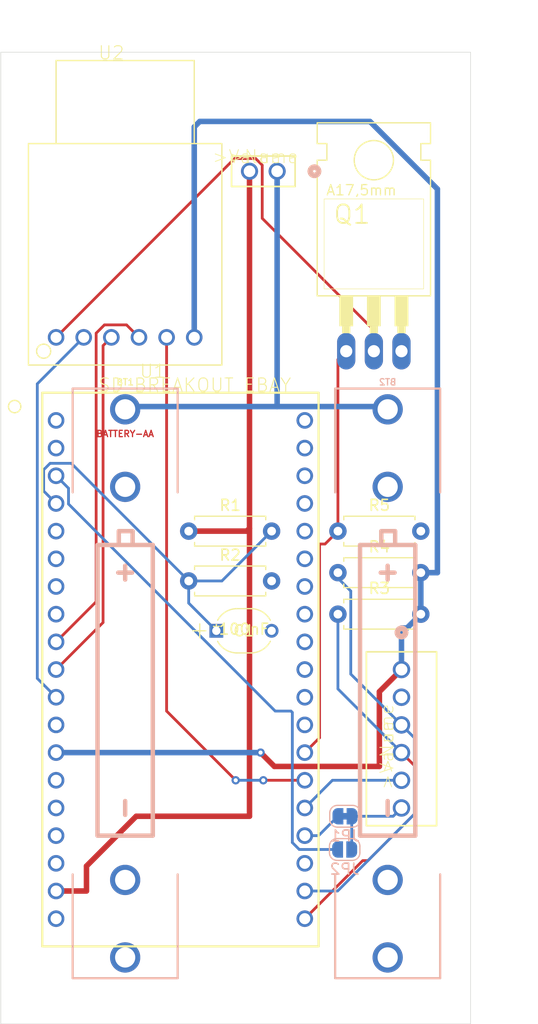
<source format=kicad_pcb>
(kicad_pcb (version 20171130) (host pcbnew "(5.1.10-1-10_14)")

  (general
    (thickness 1.6002)
    (drawings 7)
    (tracks 100)
    (zones 0)
    (modules 15)
    (nets 40)
  )

  (page USLetter)
  (title_block
    (title "HAST Leaf Node")
    (date 2021-08-28)
    (rev 0.5)
    (company OPeNDAP)
    (comment 2 creativecommons.org/licenses/by/4.0)
    (comment 3 "License: CC BY 4.0")
    (comment 4 "Author:James Gallagher")
  )

  (layers
    (0 F.Cu signal)
    (31 B.Cu signal)
    (32 B.Adhes user hide)
    (33 F.Adhes user hide)
    (34 B.Paste user hide)
    (35 F.Paste user hide)
    (36 B.SilkS user)
    (37 F.SilkS user)
    (38 B.Mask user)
    (39 F.Mask user)
    (40 Dwgs.User user)
    (41 Cmts.User user)
    (42 Eco1.User user)
    (43 Eco2.User user)
    (44 Edge.Cuts user)
    (45 Margin user)
    (46 B.CrtYd user)
    (47 F.CrtYd user)
    (48 B.Fab user)
    (49 F.Fab user)
  )

  (setup
    (last_trace_width 0.254)
    (user_trace_width 0.1524)
    (user_trace_width 0.508)
    (trace_clearance 0.254)
    (zone_clearance 0.508)
    (zone_45_only no)
    (trace_min 0.1524)
    (via_size 0.762)
    (via_drill 0.381)
    (via_min_size 0.6858)
    (via_min_drill 0.3302)
    (uvia_size 0.762)
    (uvia_drill 0.381)
    (uvias_allowed no)
    (uvia_min_size 0.6858)
    (uvia_min_drill 0.3302)
    (edge_width 0.05)
    (segment_width 0.2)
    (pcb_text_width 0.3)
    (pcb_text_size 1.5 1.5)
    (mod_edge_width 0.12)
    (mod_text_size 1 1)
    (mod_text_width 0.15)
    (pad_size 1.524 1.524)
    (pad_drill 0.762)
    (pad_to_mask_clearance 0.0508)
    (aux_axis_origin 0 0)
    (visible_elements FFFFFF7F)
    (pcbplotparams
      (layerselection 0x010fc_ffffffff)
      (usegerberextensions false)
      (usegerberattributes true)
      (usegerberadvancedattributes true)
      (creategerberjobfile true)
      (excludeedgelayer true)
      (linewidth 0.100000)
      (plotframeref false)
      (viasonmask false)
      (mode 1)
      (useauxorigin false)
      (hpglpennumber 1)
      (hpglpenspeed 20)
      (hpglpendiameter 15.000000)
      (psnegative false)
      (psa4output false)
      (plotreference true)
      (plotvalue true)
      (plotinvisibletext false)
      (padsonsilk false)
      (subtractmaskfromsilk false)
      (outputformat 1)
      (mirror false)
      (drillshape 1)
      (scaleselection 1)
      (outputdirectory ""))
  )

  (net 0 "")
  (net 1 "Net-(BT1-PadPWR@1)")
  (net 2 BAT)
  (net 3 3V3)
  (net 4 GND)
  (net 5 SCL)
  (net 6 SDA)
  (net 7 "Net-(Q1-Pad1)")
  (net 8 "Net-(Q1-Pad2)")
  (net 9 MISO)
  (net 10 SCK)
  (net 11 MOSI)
  (net 12 SS)
  (net 13 "Net-(U1-Pad38)")
  (net 14 "Net-(U1-Pad37)")
  (net 15 "Net-(U1-Pad36)")
  (net 16 "Net-(U1-Pad35)")
  (net 17 "Net-(U1-Pad34)")
  (net 18 "Net-(U1-Pad33)")
  (net 19 "Net-(U1-Pad32)")
  (net 20 "Net-(U1-Pad31)")
  (net 21 "Net-(U1-Pad30)")
  (net 22 "Net-(U1-Pad29)")
  (net 23 "Net-(U1-Pad28)")
  (net 24 "Net-(U1-Pad22)")
  (net 25 "Net-(U1-Pad2)")
  (net 26 "Net-(U1-Pad5)")
  (net 27 "Net-(U1-Pad6)")
  (net 28 "Net-(U1-Pad7)")
  (net 29 "Net-(U1-Pad8)")
  (net 30 "Net-(U1-Pad12)")
  (net 31 "Net-(U1-Pad14)")
  (net 32 "Net-(U1-Pad15)")
  (net 33 "Net-(U1-Pad16)")
  (net 34 A0)
  (net 35 GPIO11)
  (net 36 "Net-(J2-Pad6)")
  (net 37 GPIO12)
  (net 38 "Net-(U1-Pad27)")
  (net 39 "Net-(C1-Pad1)")

  (net_class Default "This is the default net class."
    (clearance 0.254)
    (trace_width 0.254)
    (via_dia 0.762)
    (via_drill 0.381)
    (uvia_dia 0.762)
    (uvia_drill 0.381)
    (diff_pair_width 0.2032)
    (diff_pair_gap 0.254)
    (add_net A0)
    (add_net GND)
    (add_net GPIO11)
    (add_net GPIO12)
    (add_net MISO)
    (add_net MOSI)
    (add_net "Net-(C1-Pad1)")
    (add_net "Net-(J2-Pad6)")
    (add_net "Net-(Q1-Pad1)")
    (add_net "Net-(Q1-Pad2)")
    (add_net "Net-(U1-Pad12)")
    (add_net "Net-(U1-Pad14)")
    (add_net "Net-(U1-Pad15)")
    (add_net "Net-(U1-Pad16)")
    (add_net "Net-(U1-Pad2)")
    (add_net "Net-(U1-Pad22)")
    (add_net "Net-(U1-Pad27)")
    (add_net "Net-(U1-Pad28)")
    (add_net "Net-(U1-Pad29)")
    (add_net "Net-(U1-Pad30)")
    (add_net "Net-(U1-Pad31)")
    (add_net "Net-(U1-Pad32)")
    (add_net "Net-(U1-Pad33)")
    (add_net "Net-(U1-Pad34)")
    (add_net "Net-(U1-Pad35)")
    (add_net "Net-(U1-Pad36)")
    (add_net "Net-(U1-Pad37)")
    (add_net "Net-(U1-Pad38)")
    (add_net "Net-(U1-Pad5)")
    (add_net "Net-(U1-Pad6)")
    (add_net "Net-(U1-Pad7)")
    (add_net "Net-(U1-Pad8)")
    (add_net SCK)
    (add_net SCL)
    (add_net SDA)
    (add_net SS)
  )

  (net_class 3V3 ""
    (clearance 0.254)
    (trace_width 0.508)
    (via_dia 0.762)
    (via_drill 0.381)
    (uvia_dia 0.762)
    (uvia_drill 0.381)
    (diff_pair_width 0.2032)
    (diff_pair_gap 0.254)
    (add_net 3V3)
    (add_net BAT)
    (add_net "Net-(BT1-PadPWR@1)")
  )

  (module soil_moisture:CONN2_LFBN-RC_SUL (layer F.Cu) (tedit 0) (tstamp 61247232)
    (at 151.13 50.8 180)
    (path /61234F51)
    (fp_text reference J1 (at -3.0066 2.635) (layer F.SilkS) hide
      (effects (font (size 1.2065 1.2065) (thickness 0.07239)))
    )
    (fp_text value PPTC021LFBN-RC (at 0 0) (layer F.SilkS) hide
      (effects (font (size 1.27 1.27) (thickness 0.15)))
    )
    (fp_line (start -1.524 -1.27) (end -1.524 1.27) (layer F.Fab) (width 0.1524))
    (fp_line (start 4.064 -1.27) (end -1.524 -1.27) (layer F.Fab) (width 0.1524))
    (fp_line (start 4.064 1.27) (end 4.064 -1.27) (layer F.Fab) (width 0.1524))
    (fp_line (start -1.524 1.27) (end 4.064 1.27) (layer F.Fab) (width 0.1524))
    (fp_line (start -1.651 -1.397) (end -1.651 1.397) (layer F.SilkS) (width 0.1524))
    (fp_line (start 4.191 -1.397) (end -1.651 -1.397) (layer F.SilkS) (width 0.1524))
    (fp_line (start 4.191 1.397) (end 4.191 -1.397) (layer F.SilkS) (width 0.1524))
    (fp_line (start -1.651 1.397) (end 4.191 1.397) (layer F.SilkS) (width 0.1524))
    (fp_arc (start -3.429 0) (end -3.048 0) (angle 180) (layer F.SilkS) (width 0.508))
    (fp_arc (start -3.429 0) (end -3.81 0) (angle 180) (layer F.SilkS) (width 0.508))
    (fp_text user >Value (at -0.4572 0.635) (layer F.SilkS)
      (effects (font (size 1.2065 1.2065) (thickness 0.0762)) (justify right bottom))
    )
    (fp_arc (start 0 -1.905) (end 0.381 -1.905) (angle 180) (layer F.Fab) (width 0.508))
    (fp_arc (start 0 -1.905) (end -0.381 -1.905) (angle 180) (layer F.Fab) (width 0.508))
    (fp_arc (start -3.429 0) (end -3.048 0) (angle 180) (layer B.SilkS) (width 0.508))
    (fp_arc (start -3.429 0) (end -3.81 0) (angle 180) (layer B.SilkS) (width 0.508))
    (fp_text user >Name (at -2.0066 0.635) (layer F.SilkS)
      (effects (font (size 1.2065 1.2065) (thickness 0.0762)) (justify right bottom))
    )
    (pad 1 thru_hole circle (at 0 0 180) (size 1.5748 1.5748) (drill 1.0668) (layers *.Cu *.Mask)
      (net 1 "Net-(BT1-PadPWR@1)") (solder_mask_margin 0.1016))
    (pad 2 thru_hole circle (at 2.54 0 180) (size 1.5748 1.5748) (drill 1.0668) (layers *.Cu *.Mask)
      (net 2 BAT) (solder_mask_margin 0.1016))
    (model ${KISYS3DMOD}/Connector_PinSocket_2.54mm.3dshapes/PinSocket_1x02_P2.54mm_Vertical.step
      (at (xyz 0 0 0))
      (scale (xyz 1 1 1))
      (rotate (xyz 0 0 -90))
    )
  )

  (module soil_moisture:RS_MINI_ULTRA_PRO_V2 (layer F.Cu) (tedit 61248051) (tstamp 6124873E)
    (at 142.24 96.52)
    (path /6122E1F0)
    (fp_text reference U1 (at -3.81 -26.67) (layer F.SilkS)
      (effects (font (size 1.2065 1.2065) (thickness 0.09652)) (justify left bottom))
    )
    (fp_text value RS_MINI_ULTRA_PRO_V3 (at -2.54 27.94) (layer F.Fab)
      (effects (font (size 1.2065 1.2065) (thickness 0.09652)) (justify left bottom))
    )
    (fp_circle (center -15.24 -24.13) (end -14.672041 -24.13) (layer F.SilkS) (width 0.127))
    (fp_line (start -12.7 -25.4) (end 12.7 -25.4) (layer F.SilkS) (width 0.2032))
    (fp_line (start -12.7 25.4) (end -12.7 -25.4) (layer F.SilkS) (width 0.2032))
    (fp_line (start 12.7 25.4) (end -12.7 25.4) (layer F.SilkS) (width 0.2032))
    (fp_line (start 12.7 -25.4) (end 12.7 25.4) (layer F.SilkS) (width 0.2032))
    (fp_line (start -12.7 -25.4) (end 12.7 -25.4) (layer F.Fab) (width 0.127))
    (fp_line (start -12.7 25.4) (end -12.7 -25.4) (layer F.Fab) (width 0.127))
    (fp_line (start 12.7 25.4) (end -12.7 25.4) (layer F.Fab) (width 0.127))
    (fp_line (start 12.7 -25.4) (end 12.7 25.4) (layer F.Fab) (width 0.127))
    (pad 38 thru_hole circle (at 11.43 -22.86) (size 1.524 1.524) (drill 1.016) (layers *.Cu *.Mask)
      (net 13 "Net-(U1-Pad38)") (solder_mask_margin 0.1016))
    (pad 37 thru_hole circle (at 11.43 -20.32 270) (size 1.524 1.524) (drill 1.016) (layers *.Cu *.Mask)
      (net 14 "Net-(U1-Pad37)") (solder_mask_margin 0.1016))
    (pad 36 thru_hole circle (at 11.43 -17.78 270) (size 1.524 1.524) (drill 1.016) (layers *.Cu *.Mask)
      (net 15 "Net-(U1-Pad36)") (solder_mask_margin 0.1016))
    (pad 35 thru_hole circle (at 11.43 -15.24) (size 1.524 1.524) (drill 1.016) (layers *.Cu *.Mask)
      (net 16 "Net-(U1-Pad35)") (solder_mask_margin 0.1016))
    (pad 34 thru_hole circle (at 11.43 -12.7 270) (size 1.524 1.524) (drill 1.016) (layers *.Cu *.Mask)
      (net 17 "Net-(U1-Pad34)") (solder_mask_margin 0.1016))
    (pad 33 thru_hole circle (at 11.43 -10.16 270) (size 1.524 1.524) (drill 1.016) (layers *.Cu *.Mask)
      (net 18 "Net-(U1-Pad33)") (solder_mask_margin 0.1016))
    (pad 32 thru_hole circle (at 11.43 -7.62 270) (size 1.524 1.524) (drill 1.016) (layers *.Cu *.Mask)
      (net 19 "Net-(U1-Pad32)") (solder_mask_margin 0.1016))
    (pad 31 thru_hole circle (at 11.43 -5.08 270) (size 1.524 1.524) (drill 1.016) (layers *.Cu *.Mask)
      (net 20 "Net-(U1-Pad31)") (solder_mask_margin 0.1016))
    (pad 30 thru_hole circle (at 11.43 -2.54 270) (size 1.524 1.524) (drill 1.016) (layers *.Cu *.Mask)
      (net 21 "Net-(U1-Pad30)") (solder_mask_margin 0.1016))
    (pad 29 thru_hole circle (at 11.43 0 270) (size 1.524 1.524) (drill 1.016) (layers *.Cu *.Mask)
      (net 22 "Net-(U1-Pad29)") (solder_mask_margin 0.1016))
    (pad 28 thru_hole circle (at 11.43 2.54 270) (size 1.524 1.524) (drill 1.016) (layers *.Cu *.Mask)
      (net 23 "Net-(U1-Pad28)") (solder_mask_margin 0.1016))
    (pad 27 thru_hole circle (at 11.43 5.08 270) (size 1.524 1.524) (drill 1.016) (layers *.Cu *.Mask)
      (net 38 "Net-(U1-Pad27)") (solder_mask_margin 0.1016))
    (pad 26 thru_hole circle (at 11.43 7.62 270) (size 1.524 1.524) (drill 1.016) (layers *.Cu *.Mask)
      (net 7 "Net-(Q1-Pad1)") (solder_mask_margin 0.1016))
    (pad 25 thru_hole circle (at 11.43 10.16 270) (size 1.524 1.524) (drill 1.016) (layers *.Cu *.Mask)
      (net 12 SS) (solder_mask_margin 0.1016))
    (pad 24 thru_hole circle (at 11.43 12.7 270) (size 1.524 1.524) (drill 1.016) (layers *.Cu *.Mask)
      (net 35 GPIO11) (solder_mask_margin 0.1016))
    (pad 23 thru_hole circle (at 11.43 15.24 270) (size 1.524 1.524) (drill 1.016) (layers *.Cu *.Mask)
      (net 37 GPIO12) (solder_mask_margin 0.1016))
    (pad 22 thru_hole circle (at 11.43 17.78 270) (size 1.524 1.524) (drill 1.016) (layers *.Cu *.Mask)
      (net 24 "Net-(U1-Pad22)") (solder_mask_margin 0.1016))
    (pad 21 thru_hole circle (at 11.43 20.32 270) (size 1.524 1.524) (drill 1.016) (layers *.Cu *.Mask)
      (net 5 SCL) (solder_mask_margin 0.1016))
    (pad 20 thru_hole circle (at 11.43 22.86 270) (size 1.524 1.524) (drill 1.016) (layers *.Cu *.Mask)
      (net 6 SDA) (solder_mask_margin 0.1016))
    (pad 1 thru_hole circle (at -11.43 -22.86 270) (size 1.524 1.524) (drill 1.016) (layers *.Cu *.Mask)
      (net 4 GND) (solder_mask_margin 0.1016))
    (pad 2 thru_hole circle (at -11.43 -20.32 270) (size 1.524 1.524) (drill 1.016) (layers *.Cu *.Mask)
      (net 25 "Net-(U1-Pad2)") (solder_mask_margin 0.1016))
    (pad 3 thru_hole circle (at -11.43 -17.78 270) (size 1.524 1.524) (drill 1.016) (layers *.Cu *.Mask)
      (net 34 A0) (solder_mask_margin 0.1016))
    (pad 4 thru_hole circle (at -11.43 -15.24 270) (size 1.524 1.524) (drill 1.016) (layers *.Cu *.Mask)
      (net 39 "Net-(C1-Pad1)") (solder_mask_margin 0.1016))
    (pad 5 thru_hole circle (at -11.43 -12.7 270) (size 1.524 1.524) (drill 1.016) (layers *.Cu *.Mask)
      (net 26 "Net-(U1-Pad5)") (solder_mask_margin 0.1016))
    (pad 6 thru_hole circle (at -11.43 -10.16 270) (size 1.524 1.524) (drill 1.016) (layers *.Cu *.Mask)
      (net 27 "Net-(U1-Pad6)") (solder_mask_margin 0.1016))
    (pad 7 thru_hole circle (at -11.43 -7.62 270) (size 1.524 1.524) (drill 1.016) (layers *.Cu *.Mask)
      (net 28 "Net-(U1-Pad7)") (solder_mask_margin 0.1016))
    (pad 8 thru_hole circle (at -11.43 -5.08 270) (size 1.524 1.524) (drill 1.016) (layers *.Cu *.Mask)
      (net 29 "Net-(U1-Pad8)") (solder_mask_margin 0.1016))
    (pad 9 thru_hole circle (at -11.43 -2.54 270) (size 1.524 1.524) (drill 1.016) (layers *.Cu *.Mask)
      (net 11 MOSI) (solder_mask_margin 0.1016))
    (pad 10 thru_hole circle (at -11.43 0 270) (size 1.524 1.524) (drill 1.016) (layers *.Cu *.Mask)
      (net 10 SCK) (solder_mask_margin 0.1016))
    (pad 11 thru_hole circle (at -11.43 2.54 270) (size 1.524 1.524) (drill 1.016) (layers *.Cu *.Mask)
      (net 9 MISO) (solder_mask_margin 0.1016))
    (pad 12 thru_hole circle (at -11.43 5.08 270) (size 1.524 1.524) (drill 1.016) (layers *.Cu *.Mask)
      (net 30 "Net-(U1-Pad12)") (solder_mask_margin 0.1016))
    (pad 13 thru_hole circle (at -11.43 7.62 270) (size 1.524 1.524) (drill 1.016) (layers *.Cu *.Mask)
      (net 3 3V3) (solder_mask_margin 0.1016))
    (pad 14 thru_hole circle (at -11.43 10.16) (size 1.524 1.524) (drill 1.016) (layers *.Cu *.Mask)
      (net 31 "Net-(U1-Pad14)") (solder_mask_margin 0.1016))
    (pad 15 thru_hole circle (at -11.43 12.7 270) (size 1.524 1.524) (drill 1.016) (layers *.Cu *.Mask)
      (net 32 "Net-(U1-Pad15)") (solder_mask_margin 0.1016))
    (pad 16 thru_hole circle (at -11.43 15.24 270) (size 1.524 1.524) (drill 1.016) (layers *.Cu *.Mask)
      (net 33 "Net-(U1-Pad16)") (solder_mask_margin 0.1016))
    (pad 17 thru_hole circle (at -11.43 17.78 270) (size 1.524 1.524) (drill 1.016) (layers *.Cu *.Mask)
      (net 4 GND) (solder_mask_margin 0.1016))
    (pad 18 thru_hole circle (at -11.43 20.32 270) (size 1.524 1.524) (drill 1.016) (layers *.Cu *.Mask)
      (net 2 BAT) (solder_mask_margin 0.1016))
    (pad 19 thru_hole circle (at -11.43 22.86 270) (size 1.524 1.524) (drill 1.016) (layers *.Cu *.Mask)
      (net 4 GND) (solder_mask_margin 0.1016))
  )

  (module soil_moisture:SD_BREAKOUT_EBAY (layer F.Cu) (tedit 0) (tstamp 6124730B)
    (at 138.43 66.04)
    (path /61231E60)
    (fp_text reference U2 (at -3.81 -25.4) (layer F.SilkS)
      (effects (font (size 1.2065 1.2065) (thickness 0.09652)) (justify left bottom))
    )
    (fp_text value SD_BREAKOUT_EBAY (at -3.81 5.08) (layer F.SilkS)
      (effects (font (size 1.2065 1.2065) (thickness 0.09652)) (justify left bottom))
    )
    (fp_circle (center -8.763 1.27) (end -8.115425 1.27) (layer F.SilkS) (width 0.127))
    (fp_line (start 5.08 -25.4) (end 5.08 -17.78) (layer F.SilkS) (width 0.127))
    (fp_line (start -7.62 -25.4) (end 5.08 -25.4) (layer F.SilkS) (width 0.127))
    (fp_line (start -7.62 -17.78) (end -7.62 -25.4) (layer F.SilkS) (width 0.127))
    (fp_line (start -7.62 -17.78) (end -10.16 -17.78) (layer F.SilkS) (width 0.127))
    (fp_line (start 5.08 -17.78) (end -7.62 -17.78) (layer F.SilkS) (width 0.127))
    (fp_line (start 7.62 -17.78) (end 5.08 -17.78) (layer F.SilkS) (width 0.127))
    (fp_line (start 7.62 2.54) (end 7.62 -17.78) (layer F.SilkS) (width 0.127))
    (fp_line (start -10.16 2.54) (end 7.62 2.54) (layer F.SilkS) (width 0.127))
    (fp_line (start -10.16 -17.78) (end -10.16 2.54) (layer F.SilkS) (width 0.127))
    (fp_line (start 5.08 -25.4) (end 5.08 -17.78) (layer F.Fab) (width 0.127))
    (fp_line (start -7.62 -25.4) (end 5.08 -25.4) (layer F.Fab) (width 0.127))
    (fp_line (start -7.62 -17.78) (end -7.62 -25.4) (layer F.Fab) (width 0.127))
    (fp_line (start -10.16 -17.78) (end -10.16 2.54) (layer F.Fab) (width 0.127))
    (fp_line (start -7.62 -17.78) (end -10.16 -17.78) (layer F.Fab) (width 0.127))
    (fp_line (start 5.08 -17.78) (end -7.62 -17.78) (layer F.Fab) (width 0.127))
    (fp_line (start 7.62 -17.78) (end 5.08 -17.78) (layer F.Fab) (width 0.127))
    (fp_line (start 7.62 2.54) (end 7.62 -17.78) (layer F.Fab) (width 0.127))
    (fp_line (start -10.16 2.54) (end 7.62 2.54) (layer F.Fab) (width 0.127))
    (pad GND thru_hole circle (at -7.62 0) (size 1.524 1.524) (drill 1.016) (layers *.Cu *.Mask)
      (net 8 "Net-(Q1-Pad2)") (solder_mask_margin 0.1016))
    (pad MISO thru_hole circle (at -5.08 0) (size 1.524 1.524) (drill 1.016) (layers *.Cu *.Mask)
      (net 9 MISO) (solder_mask_margin 0.1016))
    (pad CLK thru_hole circle (at -2.54 0) (size 1.524 1.524) (drill 1.016) (layers *.Cu *.Mask)
      (net 10 SCK) (solder_mask_margin 0.1016))
    (pad MOSI thru_hole circle (at 0 0) (size 1.524 1.524) (drill 1.016) (layers *.Cu *.Mask)
      (net 11 MOSI) (solder_mask_margin 0.1016))
    (pad CS thru_hole circle (at 2.54 0) (size 1.524 1.524) (drill 1.016) (layers *.Cu *.Mask)
      (net 12 SS) (solder_mask_margin 0.1016))
    (pad 3V3 thru_hole circle (at 5.08 0) (size 1.524 1.524) (drill 1.016) (layers *.Cu *.Mask)
      (net 3 3V3) (solder_mask_margin 0.1016))
    (pad "" np_thru_hole circle (at -8.89 -2.54) (size 0.35 0.35) (drill 0.35) (layers *.Cu *.Mask))
    (pad "" np_thru_hole circle (at 6.35 -2.54) (size 0.35 0.35) (drill 0.35) (layers *.Cu *.Mask))
  )

  (module soil_moisture:BATTERY-AA-KIT locked (layer B.Cu) (tedit 0) (tstamp 6124721C)
    (at 161.29 97.79 270)
    (descr "<h3>AA Battery Clips (KIT Variant)</h3>\n<p>PCB mount clips properly spaced to hold a AA battery</p>\n<p><b>Warning:</b> This is the KIT version of this package. This package has a smaller diameter top stop mask, which doesn't cover the diameter of the pad. This means only the bottom side of the pads' copper will be exposed. You'll only be able to solder to the bottom side.</p>\n<p><a href=\"http://cdn.sparkfun.com/datasheets/Prototyping/M60-2p9.pdf\">Datasheet</a></p>\n<h4>Devices Using</h4>\n<ul><li>BATTERY</li></ul>")
    (path /61234924)
    (fp_text reference BT2 (at -27.305 0) (layer B.SilkS)
      (effects (font (size 0.57912 0.57912) (thickness 0.115824)) (justify bottom mirror))
    )
    (fp_text value BATTERY-AA (at -23.241 0) (layer B.Fab)
      (effects (font (size 0.57912 0.57912) (thickness 0.115824)) (justify top mirror))
    )
    (fp_line (start -17.526 -4.826) (end -27.051 -4.826) (layer Dwgs.User) (width 0.254))
    (fp_line (start -27.051 -4.826) (end -27.051 4.826) (layer Dwgs.User) (width 0.254))
    (fp_line (start -27.051 4.826) (end -17.526 4.826) (layer Dwgs.User) (width 0.254))
    (fp_line (start 27.051 4.826) (end 17.526 4.826) (layer B.SilkS) (width 0.2032))
    (fp_line (start 17.526 -4.826) (end 27.051 -4.826) (layer B.SilkS) (width 0.2032))
    (fp_line (start 27.051 -4.826) (end 27.051 4.826) (layer B.SilkS) (width 0.2032))
    (fp_line (start -26.67 7.62) (end 26.67 7.62) (layer B.Fab) (width 0.127))
    (fp_line (start 26.67 -7.62) (end -26.67 -7.62) (layer B.Fab) (width 0.127))
    (fp_line (start -17.526 4.826) (end -17.526 -4.826) (layer Dwgs.User) (width 0.254))
    (fp_line (start -17.526 -4.826) (end -27.051 -4.826) (layer B.SilkS) (width 0.2032))
    (fp_line (start -27.051 -4.826) (end -27.051 4.826) (layer B.SilkS) (width 0.2032))
    (fp_line (start -27.051 4.826) (end -17.526 4.826) (layer B.SilkS) (width 0.2032))
    (fp_line (start 17.526 4.826) (end 27.051 4.826) (layer Dwgs.User) (width 0.254))
    (fp_line (start 27.051 4.826) (end 27.051 -4.826) (layer Dwgs.User) (width 0.254))
    (fp_line (start 27.051 -4.826) (end 17.526 -4.826) (layer Dwgs.User) (width 0.254))
    (fp_line (start 17.526 -4.826) (end 17.526 4.826) (layer Dwgs.User) (width 0.254))
    (fp_line (start -24.0157 -0.0482) (end -18.9129 -0.0457) (layer Cmts.User) (width 0.4064))
    (fp_line (start 18.9103 -0.0482) (end 24.0131 -0.0457) (layer Cmts.User) (width 0.4064))
    (fp_line (start 13.97 2.54) (end -12.7 2.54) (layer B.SilkS) (width 0.4064))
    (fp_line (start -12.7 2.54) (end -12.7 0.5842) (layer B.SilkS) (width 0.4064))
    (fp_line (start -12.7 0.5842) (end -12.7 -0.6858) (layer B.SilkS) (width 0.4064))
    (fp_line (start -12.7 -0.6858) (end -12.7 -2.54) (layer B.SilkS) (width 0.4064))
    (fp_line (start -12.7 -2.54) (end 13.97 -2.54) (layer B.SilkS) (width 0.4064))
    (fp_line (start 13.97 -2.54) (end 13.97 2.54) (layer B.SilkS) (width 0.4064))
    (fp_line (start -12.7 0.5842) (end -13.97 0.5842) (layer B.SilkS) (width 0.4064))
    (fp_line (start -13.97 0.5842) (end -13.97 -0.6858) (layer B.SilkS) (width 0.4064))
    (fp_line (start -13.97 -0.6858) (end -12.7 -0.6858) (layer B.SilkS) (width 0.4064))
    (fp_line (start 12.065 0) (end 10.795 0) (layer B.SilkS) (width 0.4064))
    (fp_line (start -9.525 0) (end -10.795 0) (layer B.SilkS) (width 0.4064))
    (fp_line (start -10.16 0.635) (end -10.16 -0.635) (layer B.SilkS) (width 0.4064))
    (fp_poly (pts (xy -23.8252 -0.0508) (xy -23.843878 0.21504) (xy -23.91406 0.472129) (xy -24.033049 0.710585)
      (xy -24.196272 0.921247) (xy -24.397457 1.096017) (xy -24.628872 1.22818) (xy -25.146 1.3462)
      (xy -25.41261 1.309935) (xy -25.667022 1.222353) (xy -25.899459 1.086821) (xy -26.100989 0.908547)
      (xy -26.263867 0.694381) (xy -26.381833 0.452556) (xy -26.4668 -0.0762) (xy -26.4668 -0.076199)
      (xy -26.436954 -0.328431) (xy -26.358473 -0.569994) (xy -26.234374 -0.791604) (xy -26.069426 -0.984746)
      (xy -25.869966 -1.141996) (xy -25.643662 -1.257313) (xy -25.146 -1.3462) (xy -24.890558 -1.323543)
      (xy -24.644445 -1.251487) (xy -24.417118 -1.132801) (xy -24.217314 -0.972047) (xy -24.05271 -0.775401)
      (xy -23.929633 -0.550421)) (layer F.Mask) (width 0))
    (fp_poly (pts (xy -25.1206 -0.8636) (xy -25.342186 -0.844609) (xy -25.551287 -0.768859) (xy -25.733624 -0.641523)
      (xy -25.876746 -0.471296) (xy -26.0096 -0.0508) (xy -25.989602 0.177301) (xy -25.911248 0.392454)
      (xy -25.779878 0.579997) (xy -25.604446 0.727148) (xy -25.1714 0.8636) (xy -25.171399 0.8636)
      (xy -24.944173 0.837007) (xy -24.731568 0.752518) (xy -24.548071 0.615888) (xy -24.406181 0.436427)
      (xy -24.2824 0) (xy -24.2824 0.000001) (xy -24.308107 -0.220661) (xy -24.390049 -0.42715)
      (xy -24.522643 -0.605396) (xy -24.696851 -0.74325) (xy -24.900804 -0.831318)) (layer B.Mask) (width 0))
    (fp_poly (pts (xy 26.4668 -0.0508) (xy 26.448122 0.21504) (xy 26.37794 0.472129) (xy 26.258951 0.710585)
      (xy 26.095728 0.921247) (xy 25.894543 1.096017) (xy 25.663128 1.22818) (xy 25.146 1.3462)
      (xy 24.87939 1.309935) (xy 24.624978 1.222353) (xy 24.392541 1.086821) (xy 24.191011 0.908547)
      (xy 24.028133 0.694381) (xy 23.910167 0.452556) (xy 23.8252 -0.0762) (xy 23.8252 -0.076199)
      (xy 23.855046 -0.328431) (xy 23.933527 -0.569994) (xy 24.057626 -0.791604) (xy 24.222574 -0.984746)
      (xy 24.422034 -1.141996) (xy 24.648338 -1.257313) (xy 25.146 -1.3462) (xy 25.401442 -1.323543)
      (xy 25.647555 -1.251487) (xy 25.874882 -1.132801) (xy 26.074686 -0.972047) (xy 26.23929 -0.775401)
      (xy 26.362367 -0.550421)) (layer F.Mask) (width 0))
    (fp_poly (pts (xy 25.1714 -0.8636) (xy 25.171399 -0.8636) (xy 24.949813 -0.844609) (xy 24.740712 -0.768859)
      (xy 24.558375 -0.641523) (xy 24.415253 -0.471296) (xy 24.2824 -0.0508) (xy 24.302398 0.177301)
      (xy 24.380752 0.392454) (xy 24.512122 0.579997) (xy 24.687554 0.727148) (xy 25.1206 0.8636)
      (xy 25.347826 0.837007) (xy 25.560431 0.752518) (xy 25.743928 0.615888) (xy 25.885818 0.436427)
      (xy 26.0096 0) (xy 26.0096 0.000001) (xy 25.983893 -0.220661) (xy 25.901951 -0.42715)
      (xy 25.769357 -0.605396) (xy 25.595149 -0.74325) (xy 25.391196 -0.831318)) (layer B.Mask) (width 0))
    (fp_poly (pts (xy -16.7132 -0.0508) (xy -16.731878 0.21504) (xy -16.80206 0.472129) (xy -16.921049 0.710585)
      (xy -17.084272 0.921247) (xy -17.285457 1.096017) (xy -17.516872 1.22818) (xy -18.034 1.3462)
      (xy -18.30061 1.309935) (xy -18.555022 1.222353) (xy -18.787459 1.086821) (xy -18.988989 0.908547)
      (xy -19.151867 0.694381) (xy -19.269833 0.452556) (xy -19.3548 -0.0762) (xy -19.3548 -0.076199)
      (xy -19.324954 -0.328431) (xy -19.246473 -0.569994) (xy -19.122374 -0.791604) (xy -18.957426 -0.984746)
      (xy -18.757966 -1.141996) (xy -18.531662 -1.257313) (xy -18.034 -1.3462) (xy -17.778558 -1.323543)
      (xy -17.532445 -1.251487) (xy -17.305118 -1.132801) (xy -17.105314 -0.972047) (xy -16.94071 -0.775401)
      (xy -16.817633 -0.550421)) (layer F.Mask) (width 0))
    (fp_poly (pts (xy -18.0086 -0.8636) (xy -18.230186 -0.844609) (xy -18.439287 -0.768859) (xy -18.621624 -0.641523)
      (xy -18.764746 -0.471296) (xy -18.8976 -0.0508) (xy -18.877602 0.177301) (xy -18.799248 0.392454)
      (xy -18.667878 0.579997) (xy -18.492446 0.727148) (xy -18.0594 0.8636) (xy -18.059399 0.8636)
      (xy -17.832173 0.837007) (xy -17.619568 0.752518) (xy -17.436071 0.615888) (xy -17.294181 0.436427)
      (xy -17.1704 0) (xy -17.1704 0.000001) (xy -17.196107 -0.220661) (xy -17.278049 -0.42715)
      (xy -17.410643 -0.605396) (xy -17.584851 -0.74325) (xy -17.788804 -0.831318)) (layer B.Mask) (width 0))
    (fp_poly (pts (xy 19.3548 -0.0508) (xy 19.336122 0.21504) (xy 19.26594 0.472129) (xy 19.146951 0.710585)
      (xy 18.983728 0.921247) (xy 18.782543 1.096017) (xy 18.551128 1.22818) (xy 18.034 1.3462)
      (xy 17.76739 1.309935) (xy 17.512978 1.222353) (xy 17.280541 1.086821) (xy 17.079011 0.908547)
      (xy 16.916133 0.694381) (xy 16.798167 0.452556) (xy 16.7132 -0.0762) (xy 16.7132 -0.076199)
      (xy 16.743046 -0.328431) (xy 16.821527 -0.569994) (xy 16.945626 -0.791604) (xy 17.110574 -0.984746)
      (xy 17.310034 -1.141996) (xy 17.536338 -1.257313) (xy 18.034 -1.3462) (xy 18.289442 -1.323543)
      (xy 18.535555 -1.251487) (xy 18.762882 -1.132801) (xy 18.962686 -0.972047) (xy 19.12729 -0.775401)
      (xy 19.250367 -0.550421)) (layer F.Mask) (width 0))
    (fp_poly (pts (xy 18.0594 -0.8636) (xy 18.059399 -0.8636) (xy 17.837813 -0.844609) (xy 17.628712 -0.768859)
      (xy 17.446375 -0.641523) (xy 17.303253 -0.471296) (xy 17.1704 -0.0508) (xy 17.190398 0.177301)
      (xy 17.268752 0.392454) (xy 17.400122 0.579997) (xy 17.575554 0.727148) (xy 18.0086 0.8636)
      (xy 18.235826 0.837007) (xy 18.448431 0.752518) (xy 18.631928 0.615888) (xy 18.773818 0.436427)
      (xy 18.8976 0) (xy 18.8976 0.000001) (xy 18.871893 -0.220661) (xy 18.789951 -0.42715)
      (xy 18.657357 -0.605396) (xy 18.483149 -0.74325) (xy 18.279196 -0.831318)) (layer B.Mask) (width 0))
    (pad PWR@2 thru_hole circle (at -18.034 0 180) (size 2.7813 2.7813) (drill 1.8542) (layers *.Cu *.Mask)
      (solder_mask_margin 0.1016))
    (pad PWR@1 thru_hole circle (at -25.146 0 270) (size 2.7813 2.7813) (drill 1.8542) (layers *.Cu *.Mask)
      (net 1 "Net-(BT1-PadPWR@1)") (solder_mask_margin 0.1016))
    (pad GND@2 thru_hole circle (at 18.034 0 270) (size 2.7813 2.7813) (drill 1.8542) (layers *.Cu *.Mask)
      (solder_mask_margin 0.1016))
    (pad GND@1 thru_hole circle (at 25.146 0 270) (size 2.7813 2.7813) (drill 1.8542) (layers *.Cu *.Mask)
      (net 4 GND) (solder_mask_margin 0.1016))
    (model ${KIPRJMOD}/soil_moisture.pretty/BK-92--3DModel-STEP-231308.STEP
      (offset (xyz -22.86 0 -3.81))
      (scale (xyz 1 1 1))
      (rotate (xyz -90 0 -90))
    )
    (model ${KIPRJMOD}/soil_moisture.pretty/BK-92--3DModel-STEP-231308.STEP
      (offset (xyz 22.86 0 -3.81))
      (scale (xyz 1 1 1))
      (rotate (xyz -90 0 90))
    )
  )

  (module soil_moisture:BATTERY-AA-KIT (layer B.Cu) (tedit 0) (tstamp 61247735)
    (at 137.16 97.79 270)
    (descr "<h3>AA Battery Clips (KIT Variant)</h3>\n<p>PCB mount clips properly spaced to hold a AA battery</p>\n<p><b>Warning:</b> This is the KIT version of this package. This package has a smaller diameter top stop mask, which doesn't cover the diameter of the pad. This means only the bottom side of the pads' copper will be exposed. You'll only be able to solder to the bottom side.</p>\n<p><a href=\"http://cdn.sparkfun.com/datasheets/Prototyping/M60-2p9.pdf\">Datasheet</a></p>\n<h4>Devices Using</h4>\n<ul><li>BATTERY</li></ul>")
    (path /61233BE2)
    (fp_text reference BT1 (at -27.305 0) (layer F.SilkS)
      (effects (font (size 0.57912 0.57912) (thickness 0.115824)) (justify bottom))
    )
    (fp_text value BATTERY-AA (at -23.241 0) (layer F.Cu)
      (effects (font (size 0.57912 0.57912) (thickness 0.115824)) (justify top))
    )
    (fp_poly (pts (xy 18.0594 -0.8636) (xy 18.059399 -0.8636) (xy 17.837813 -0.844609) (xy 17.628712 -0.768859)
      (xy 17.446375 -0.641523) (xy 17.303253 -0.471296) (xy 17.1704 -0.0508) (xy 17.190398 0.177301)
      (xy 17.268752 0.392454) (xy 17.400122 0.579997) (xy 17.575554 0.727148) (xy 18.0086 0.8636)
      (xy 18.235826 0.837007) (xy 18.448431 0.752518) (xy 18.631928 0.615888) (xy 18.773818 0.436427)
      (xy 18.8976 0) (xy 18.8976 0.000001) (xy 18.871893 -0.220661) (xy 18.789951 -0.42715)
      (xy 18.657357 -0.605396) (xy 18.483149 -0.74325) (xy 18.279196 -0.831318)) (layer B.Mask) (width 0))
    (fp_poly (pts (xy 19.3548 -0.0508) (xy 19.336122 0.21504) (xy 19.26594 0.472129) (xy 19.146951 0.710585)
      (xy 18.983728 0.921247) (xy 18.782543 1.096017) (xy 18.551128 1.22818) (xy 18.034 1.3462)
      (xy 17.76739 1.309935) (xy 17.512978 1.222353) (xy 17.280541 1.086821) (xy 17.079011 0.908547)
      (xy 16.916133 0.694381) (xy 16.798167 0.452556) (xy 16.7132 -0.0762) (xy 16.7132 -0.076199)
      (xy 16.743046 -0.328431) (xy 16.821527 -0.569994) (xy 16.945626 -0.791604) (xy 17.110574 -0.984746)
      (xy 17.310034 -1.141996) (xy 17.536338 -1.257313) (xy 18.034 -1.3462) (xy 18.289442 -1.323543)
      (xy 18.535555 -1.251487) (xy 18.762882 -1.132801) (xy 18.962686 -0.972047) (xy 19.12729 -0.775401)
      (xy 19.250367 -0.550421)) (layer F.Mask) (width 0))
    (fp_poly (pts (xy -18.0086 -0.8636) (xy -18.230186 -0.844609) (xy -18.439287 -0.768859) (xy -18.621624 -0.641523)
      (xy -18.764746 -0.471296) (xy -18.8976 -0.0508) (xy -18.877602 0.177301) (xy -18.799248 0.392454)
      (xy -18.667878 0.579997) (xy -18.492446 0.727148) (xy -18.0594 0.8636) (xy -18.059399 0.8636)
      (xy -17.832173 0.837007) (xy -17.619568 0.752518) (xy -17.436071 0.615888) (xy -17.294181 0.436427)
      (xy -17.1704 0) (xy -17.1704 0.000001) (xy -17.196107 -0.220661) (xy -17.278049 -0.42715)
      (xy -17.410643 -0.605396) (xy -17.584851 -0.74325) (xy -17.788804 -0.831318)) (layer B.Mask) (width 0))
    (fp_poly (pts (xy -16.7132 -0.0508) (xy -16.731878 0.21504) (xy -16.80206 0.472129) (xy -16.921049 0.710585)
      (xy -17.084272 0.921247) (xy -17.285457 1.096017) (xy -17.516872 1.22818) (xy -18.034 1.3462)
      (xy -18.30061 1.309935) (xy -18.555022 1.222353) (xy -18.787459 1.086821) (xy -18.988989 0.908547)
      (xy -19.151867 0.694381) (xy -19.269833 0.452556) (xy -19.3548 -0.0762) (xy -19.3548 -0.076199)
      (xy -19.324954 -0.328431) (xy -19.246473 -0.569994) (xy -19.122374 -0.791604) (xy -18.957426 -0.984746)
      (xy -18.757966 -1.141996) (xy -18.531662 -1.257313) (xy -18.034 -1.3462) (xy -17.778558 -1.323543)
      (xy -17.532445 -1.251487) (xy -17.305118 -1.132801) (xy -17.105314 -0.972047) (xy -16.94071 -0.775401)
      (xy -16.817633 -0.550421)) (layer F.Mask) (width 0))
    (fp_poly (pts (xy 25.1714 -0.8636) (xy 25.171399 -0.8636) (xy 24.949813 -0.844609) (xy 24.740712 -0.768859)
      (xy 24.558375 -0.641523) (xy 24.415253 -0.471296) (xy 24.2824 -0.0508) (xy 24.302398 0.177301)
      (xy 24.380752 0.392454) (xy 24.512122 0.579997) (xy 24.687554 0.727148) (xy 25.1206 0.8636)
      (xy 25.347826 0.837007) (xy 25.560431 0.752518) (xy 25.743928 0.615888) (xy 25.885818 0.436427)
      (xy 26.0096 0) (xy 26.0096 0.000001) (xy 25.983893 -0.220661) (xy 25.901951 -0.42715)
      (xy 25.769357 -0.605396) (xy 25.595149 -0.74325) (xy 25.391196 -0.831318)) (layer B.Mask) (width 0))
    (fp_poly (pts (xy 26.4668 -0.0508) (xy 26.448122 0.21504) (xy 26.37794 0.472129) (xy 26.258951 0.710585)
      (xy 26.095728 0.921247) (xy 25.894543 1.096017) (xy 25.663128 1.22818) (xy 25.146 1.3462)
      (xy 24.87939 1.309935) (xy 24.624978 1.222353) (xy 24.392541 1.086821) (xy 24.191011 0.908547)
      (xy 24.028133 0.694381) (xy 23.910167 0.452556) (xy 23.8252 -0.0762) (xy 23.8252 -0.076199)
      (xy 23.855046 -0.328431) (xy 23.933527 -0.569994) (xy 24.057626 -0.791604) (xy 24.222574 -0.984746)
      (xy 24.422034 -1.141996) (xy 24.648338 -1.257313) (xy 25.146 -1.3462) (xy 25.401442 -1.323543)
      (xy 25.647555 -1.251487) (xy 25.874882 -1.132801) (xy 26.074686 -0.972047) (xy 26.23929 -0.775401)
      (xy 26.362367 -0.550421)) (layer F.Mask) (width 0))
    (fp_poly (pts (xy -25.1206 -0.8636) (xy -25.342186 -0.844609) (xy -25.551287 -0.768859) (xy -25.733624 -0.641523)
      (xy -25.876746 -0.471296) (xy -26.0096 -0.0508) (xy -25.989602 0.177301) (xy -25.911248 0.392454)
      (xy -25.779878 0.579997) (xy -25.604446 0.727148) (xy -25.1714 0.8636) (xy -25.171399 0.8636)
      (xy -24.944173 0.837007) (xy -24.731568 0.752518) (xy -24.548071 0.615888) (xy -24.406181 0.436427)
      (xy -24.2824 0) (xy -24.2824 0.000001) (xy -24.308107 -0.220661) (xy -24.390049 -0.42715)
      (xy -24.522643 -0.605396) (xy -24.696851 -0.74325) (xy -24.900804 -0.831318)) (layer B.Mask) (width 0))
    (fp_poly (pts (xy -23.8252 -0.0508) (xy -23.843878 0.21504) (xy -23.91406 0.472129) (xy -24.033049 0.710585)
      (xy -24.196272 0.921247) (xy -24.397457 1.096017) (xy -24.628872 1.22818) (xy -25.146 1.3462)
      (xy -25.41261 1.309935) (xy -25.667022 1.222353) (xy -25.899459 1.086821) (xy -26.100989 0.908547)
      (xy -26.263867 0.694381) (xy -26.381833 0.452556) (xy -26.4668 -0.0762) (xy -26.4668 -0.076199)
      (xy -26.436954 -0.328431) (xy -26.358473 -0.569994) (xy -26.234374 -0.791604) (xy -26.069426 -0.984746)
      (xy -25.869966 -1.141996) (xy -25.643662 -1.257313) (xy -25.146 -1.3462) (xy -24.890558 -1.323543)
      (xy -24.644445 -1.251487) (xy -24.417118 -1.132801) (xy -24.217314 -0.972047) (xy -24.05271 -0.775401)
      (xy -23.929633 -0.550421)) (layer F.Mask) (width 0))
    (fp_line (start -10.16 0.635) (end -10.16 -0.635) (layer B.SilkS) (width 0.4064))
    (fp_line (start -9.525 0) (end -10.795 0) (layer B.SilkS) (width 0.4064))
    (fp_line (start 12.065 0) (end 10.795 0) (layer B.SilkS) (width 0.4064))
    (fp_line (start -13.97 -0.6858) (end -12.7 -0.6858) (layer B.SilkS) (width 0.4064))
    (fp_line (start -13.97 0.5842) (end -13.97 -0.6858) (layer B.SilkS) (width 0.4064))
    (fp_line (start -12.7 0.5842) (end -13.97 0.5842) (layer B.SilkS) (width 0.4064))
    (fp_line (start 13.97 -2.54) (end 13.97 2.54) (layer B.SilkS) (width 0.4064))
    (fp_line (start -12.7 -2.54) (end 13.97 -2.54) (layer B.SilkS) (width 0.4064))
    (fp_line (start -12.7 -0.6858) (end -12.7 -2.54) (layer B.SilkS) (width 0.4064))
    (fp_line (start -12.7 0.5842) (end -12.7 -0.6858) (layer B.SilkS) (width 0.4064))
    (fp_line (start -12.7 2.54) (end -12.7 0.5842) (layer B.SilkS) (width 0.4064))
    (fp_line (start 13.97 2.54) (end -12.7 2.54) (layer B.SilkS) (width 0.4064))
    (fp_line (start 18.9103 -0.0482) (end 24.0131 -0.0457) (layer Cmts.User) (width 0.4064))
    (fp_line (start -24.0157 -0.0482) (end -18.9129 -0.0457) (layer Cmts.User) (width 0.4064))
    (fp_line (start 17.526 -4.826) (end 17.526 4.826) (layer Dwgs.User) (width 0.254))
    (fp_line (start 27.051 -4.826) (end 17.526 -4.826) (layer Dwgs.User) (width 0.254))
    (fp_line (start 27.051 4.826) (end 27.051 -4.826) (layer Dwgs.User) (width 0.254))
    (fp_line (start 17.526 4.826) (end 27.051 4.826) (layer Dwgs.User) (width 0.254))
    (fp_line (start -27.051 4.826) (end -17.526 4.826) (layer B.SilkS) (width 0.2032))
    (fp_line (start -27.051 -4.826) (end -27.051 4.826) (layer B.SilkS) (width 0.2032))
    (fp_line (start -17.526 -4.826) (end -27.051 -4.826) (layer B.SilkS) (width 0.2032))
    (fp_line (start -17.526 4.826) (end -17.526 -4.826) (layer Dwgs.User) (width 0.254))
    (fp_line (start 26.67 -7.62) (end -26.67 -7.62) (layer B.Fab) (width 0.127))
    (fp_line (start -26.67 7.62) (end 26.67 7.62) (layer B.Fab) (width 0.127))
    (fp_line (start 27.051 -4.826) (end 27.051 4.826) (layer B.SilkS) (width 0.2032))
    (fp_line (start 17.526 -4.826) (end 27.051 -4.826) (layer B.SilkS) (width 0.2032))
    (fp_line (start 27.051 4.826) (end 17.526 4.826) (layer B.SilkS) (width 0.2032))
    (fp_line (start -27.051 4.826) (end -17.526 4.826) (layer Dwgs.User) (width 0.254))
    (fp_line (start -27.051 -4.826) (end -27.051 4.826) (layer Dwgs.User) (width 0.254))
    (fp_line (start -17.526 -4.826) (end -27.051 -4.826) (layer Dwgs.User) (width 0.254))
    (pad GND@1 thru_hole circle (at 25.146 0 270) (size 2.7813 2.7813) (drill 1.8542) (layers *.Cu *.Mask)
      (net 4 GND) (solder_mask_margin 0.1016))
    (pad GND@2 thru_hole circle (at 18.034 0 270) (size 2.7813 2.7813) (drill 1.8542) (layers *.Cu *.Mask)
      (solder_mask_margin 0.1016))
    (pad PWR@1 thru_hole circle (at -25.146 0 270) (size 2.7813 2.7813) (drill 1.8542) (layers *.Cu *.Mask)
      (net 1 "Net-(BT1-PadPWR@1)") (solder_mask_margin 0.1016))
    (pad PWR@2 thru_hole circle (at -18.034 0 180) (size 2.7813 2.7813) (drill 1.8542) (layers *.Cu *.Mask)
      (solder_mask_margin 0.1016))
    (model ${KIPRJMOD}/soil_moisture.pretty/BK-92--3DModel-STEP-231308.STEP
      (offset (xyz -22.86 0 -3.81))
      (scale (xyz 1 1 1))
      (rotate (xyz -90 0 -90))
    )
    (model ${KIPRJMOD}/soil_moisture.pretty/BK-92--3DModel-STEP-231308.STEP
      (offset (xyz 22.86 0 -3.81))
      (scale (xyz 1 1 1))
      (rotate (xyz 90 180 -90))
    )
  )

  (module soil_moisture:TO220 (layer F.Cu) (tedit 6129A01A) (tstamp 61247274)
    (at 160.02 60.96)
    (descr "<b>TO 220 horizontal</b>")
    (path /6122D427)
    (fp_text reference Q1 (at -3.81 -5.207) (layer F.SilkS)
      (effects (font (size 1.6891 1.6891) (thickness 0.16891)) (justify left bottom))
    )
    (fp_text value FDP7030BL (at -3.937 -2.54) (layer F.Fab)
      (effects (font (size 0.9652 0.9652) (thickness 0.09652)) (justify left bottom))
    )
    (fp_line (start -5.207 1.27) (end 5.207 1.27) (layer F.SilkS) (width 0.127))
    (fp_line (start 5.207 -14.605) (end -5.207 -14.605) (layer F.SilkS) (width 0.127))
    (fp_line (start 5.207 1.27) (end 5.207 -11.176) (layer F.SilkS) (width 0.127))
    (fp_line (start 5.207 -11.176) (end 4.318 -11.176) (layer F.SilkS) (width 0.127))
    (fp_line (start 4.318 -11.176) (end 4.318 -12.7) (layer F.SilkS) (width 0.127))
    (fp_line (start 4.318 -12.7) (end 5.207 -12.7) (layer F.SilkS) (width 0.127))
    (fp_line (start 5.207 -12.7) (end 5.207 -14.605) (layer F.SilkS) (width 0.127))
    (fp_line (start -5.207 1.27) (end -5.207 -11.176) (layer F.SilkS) (width 0.127))
    (fp_line (start -5.207 -11.176) (end -4.318 -11.176) (layer F.SilkS) (width 0.127))
    (fp_line (start -4.318 -11.176) (end -4.318 -12.7) (layer F.SilkS) (width 0.127))
    (fp_line (start -4.318 -12.7) (end -5.207 -12.7) (layer F.SilkS) (width 0.127))
    (fp_line (start -5.207 -12.7) (end -5.207 -14.605) (layer F.SilkS) (width 0.127))
    (fp_line (start -4.572 0.635) (end 4.572 0.635) (layer F.SilkS) (width 0.0508))
    (fp_line (start 4.572 -7.62) (end 4.572 0.635) (layer F.SilkS) (width 0.0508))
    (fp_line (start 4.572 -7.62) (end -4.572 -7.62) (layer F.SilkS) (width 0.0508))
    (fp_line (start -4.572 0.635) (end -4.572 -7.62) (layer F.SilkS) (width 0.0508))
    (fp_circle (center 0 -11.176) (end 1.8034 -11.176) (layer F.SilkS) (width 0.127))
    (fp_circle (center 0 -11.176) (end 2.0955 -11.176) (layer Dwgs.User) (width 4.191))
    (fp_circle (center 0 -11.176) (end 2.0955 -11.176) (layer Dwgs.User) (width 4.191))
    (fp_poly (pts (xy 2.159 4.699) (xy 2.921 4.699) (xy 2.921 4.064) (xy 2.159 4.064)) (layer F.SilkS) (width 0))
    (fp_poly (pts (xy -0.381 4.699) (xy 0.381 4.699) (xy 0.381 4.064) (xy -0.381 4.064)) (layer F.SilkS) (width 0))
    (fp_poly (pts (xy -2.921 4.699) (xy -2.159 4.699) (xy -2.159 4.064) (xy -2.921 4.064)) (layer F.SilkS) (width 0))
    (fp_poly (pts (xy -3.175 4.064) (xy -1.905 4.064) (xy -1.905 1.27) (xy -3.175 1.27)) (layer F.SilkS) (width 0))
    (fp_poly (pts (xy -0.635 4.064) (xy 0.635 4.064) (xy 0.635 1.27) (xy -0.635 1.27)) (layer F.SilkS) (width 0))
    (fp_poly (pts (xy 1.905 4.064) (xy 3.175 4.064) (xy 3.175 1.27) (xy 1.905 1.27)) (layer F.SilkS) (width 0))
    (fp_poly (pts (xy -2.921 6.604) (xy -2.159 6.604) (xy -2.159 4.699) (xy -2.921 4.699)) (layer F.Fab) (width 0))
    (fp_poly (pts (xy -0.381 6.604) (xy 0.381 6.604) (xy 0.381 4.699) (xy -0.381 4.699)) (layer F.Fab) (width 0))
    (fp_poly (pts (xy 2.159 6.604) (xy 2.921 6.604) (xy 2.921 4.699) (xy 2.159 4.699)) (layer F.Fab) (width 0))
    (fp_text user 3 (at 1.905 0) (layer F.Fab)
      (effects (font (size 1.2065 1.2065) (thickness 0.127)) (justify left bottom))
    )
    (fp_text user 2 (at -0.635 0) (layer F.Fab)
      (effects (font (size 1.2065 1.2065) (thickness 0.127)) (justify left bottom))
    )
    (fp_text user 1 (at -3.175 0) (layer F.Fab)
      (effects (font (size 1.2065 1.2065) (thickness 0.127)) (justify left bottom))
    )
    (fp_text user A17,5mm (at -4.445 -7.874) (layer F.SilkS)
      (effects (font (size 0.94107 0.94107) (thickness 0.118872)) (justify left bottom))
    )
    (pad "" np_thru_hole circle (at 0 -11.176) (size 3.302 3.302) (drill 3.302) (layers *.Cu *.Mask))
    (pad 3 thru_hole oval (at 2.54 6.35 90) (size 3.3528 1.6764) (drill 1.1176) (layers *.Cu *.Mask)
      (net 4 GND) (solder_mask_margin 0.1016))
    (pad 2 thru_hole oval (at 0 6.35 90) (size 3.3528 1.6764) (drill 1.1176) (layers *.Cu *.Mask)
      (net 8 "Net-(Q1-Pad2)") (solder_mask_margin 0.1016))
    (pad 1 thru_hole oval (at -2.54 6.35 90) (size 3.3528 1.6764) (drill 1.1176) (layers *.Cu *.Mask)
      (net 7 "Net-(Q1-Pad1)") (solder_mask_margin 0.1016))
    (model ${KISYS3DMOD}/Package_TO_SOT_THT.3dshapes/TO-220-3_Horizontal_TabDown.step
      (offset (xyz -2.5146 -6.3246 0))
      (scale (xyz 1 1 1))
      (rotate (xyz 0 0 0))
    )
  )

  (module soil_moisture:CONN_1725698_PXC (layer F.Cu) (tedit 0) (tstamp 6124724C)
    (at 162.56 96.52 270)
    (path /61237B2F)
    (fp_text reference J2 (at 3.0734 0.635 90) (layer F.SilkS) hide
      (effects (font (size 1.2065 1.2065) (thickness 0.07239)))
    )
    (fp_text value 1725698 (at 4.6228 0.635 90) (layer F.SilkS) hide
      (effects (font (size 1.2065 1.2065) (thickness 0.07239)))
    )
    (fp_line (start -1.4986 -3.0988) (end -1.4986 3.0988) (layer F.Fab) (width 0.1524))
    (fp_line (start 14.1986 -3.0988) (end -1.4986 -3.0988) (layer F.Fab) (width 0.1524))
    (fp_line (start 14.1986 3.0988) (end 14.1986 -3.0988) (layer F.Fab) (width 0.1524))
    (fp_line (start -1.4986 3.0988) (end 14.1986 3.0988) (layer F.Fab) (width 0.1524))
    (fp_line (start -1.6256 -3.2258) (end -1.6256 3.2258) (layer F.SilkS) (width 0.1524))
    (fp_line (start 14.3256 -3.2258) (end -1.6256 -3.2258) (layer F.SilkS) (width 0.1524))
    (fp_line (start 14.3256 3.2258) (end 14.3256 -3.2258) (layer F.SilkS) (width 0.1524))
    (fp_line (start -1.6256 3.2258) (end 14.3256 3.2258) (layer F.SilkS) (width 0.1524))
    (fp_arc (start -3.4036 0) (end -3.0226 0) (angle 180) (layer F.SilkS) (width 0.508))
    (fp_arc (start -3.4036 0) (end -3.7846 0) (angle 180) (layer F.SilkS) (width 0.508))
    (fp_text user >Value (at 4.6228 0.635 90) (layer F.SilkS)
      (effects (font (size 1.2065 1.2065) (thickness 0.0762)) (justify right bottom))
    )
    (fp_arc (start 0 -1.905) (end 0.381 -1.905) (angle 180) (layer F.Fab) (width 0.508))
    (fp_arc (start 0 -1.905) (end -0.381 -1.905) (angle 180) (layer F.Fab) (width 0.508))
    (fp_arc (start -3.4036 0) (end -3.0226 0) (angle 180) (layer B.SilkS) (width 0.508))
    (fp_arc (start -3.4036 0) (end -3.7846 0) (angle 180) (layer B.SilkS) (width 0.508))
    (fp_text user >Name (at 3.0734 0.635 90) (layer F.SilkS)
      (effects (font (size 1.2065 1.2065) (thickness 0.0762)) (justify right bottom))
    )
    (pad 1 thru_hole circle (at 0 0 270) (size 1.6002 1.6002) (drill 1.0922) (layers *.Cu *.Mask)
      (net 3 3V3) (solder_mask_margin 0.1016))
    (pad 2 thru_hole circle (at 2.54 0 270) (size 1.6002 1.6002) (drill 1.0922) (layers *.Cu *.Mask)
      (net 4 GND) (solder_mask_margin 0.1016))
    (pad 3 thru_hole circle (at 5.08 0 270) (size 1.6002 1.6002) (drill 1.0922) (layers *.Cu *.Mask)
      (net 5 SCL) (solder_mask_margin 0.1016))
    (pad 4 thru_hole circle (at 7.62 0 270) (size 1.6002 1.6002) (drill 1.0922) (layers *.Cu *.Mask)
      (net 6 SDA) (solder_mask_margin 0.1016))
    (pad 5 thru_hole circle (at 10.16 0 270) (size 1.6002 1.6002) (drill 1.0922) (layers *.Cu *.Mask)
      (net 35 GPIO11) (solder_mask_margin 0.1016))
    (pad 6 thru_hole circle (at 12.7 0 270) (size 1.6002 1.6002) (drill 1.0922) (layers *.Cu *.Mask)
      (net 36 "Net-(J2-Pad6)") (solder_mask_margin 0.1016))
    (model ${KISYS3DMOD}/TerminalBlock_Phoenix.3dshapes/TerminalBlock_Phoenix_MKDS-3-6-5.08_1x06_P5.08mm_Horizontal.step
      (at (xyz 0 0 0))
      (scale (xyz 0.5 0.5 0.5))
      (rotate (xyz 0 0 0))
    )
  )

  (module Resistor_THT:R_Axial_DIN0207_L6.3mm_D2.5mm_P7.62mm_Horizontal (layer F.Cu) (tedit 5AE5139B) (tstamp 6124728B)
    (at 156.718 91.44)
    (descr "Resistor, Axial_DIN0207 series, Axial, Horizontal, pin pitch=7.62mm, 0.25W = 1/4W, length*diameter=6.3*2.5mm^2, http://cdn-reichelt.de/documents/datenblatt/B400/1_4W%23YAG.pdf")
    (tags "Resistor Axial_DIN0207 series Axial Horizontal pin pitch 7.62mm 0.25W = 1/4W length 6.3mm diameter 2.5mm")
    (path /61231E4C)
    (fp_text reference R3 (at 3.81 -2.37) (layer F.SilkS)
      (effects (font (size 1 1) (thickness 0.15)))
    )
    (fp_text value 10k (at 3.81 2.37) (layer F.Fab)
      (effects (font (size 1 1) (thickness 0.15)))
    )
    (fp_line (start 0.66 -1.25) (end 0.66 1.25) (layer F.Fab) (width 0.1))
    (fp_line (start 0.66 1.25) (end 6.96 1.25) (layer F.Fab) (width 0.1))
    (fp_line (start 6.96 1.25) (end 6.96 -1.25) (layer F.Fab) (width 0.1))
    (fp_line (start 6.96 -1.25) (end 0.66 -1.25) (layer F.Fab) (width 0.1))
    (fp_line (start 0 0) (end 0.66 0) (layer F.Fab) (width 0.1))
    (fp_line (start 7.62 0) (end 6.96 0) (layer F.Fab) (width 0.1))
    (fp_line (start 0.54 -1.04) (end 0.54 -1.37) (layer F.SilkS) (width 0.12))
    (fp_line (start 0.54 -1.37) (end 7.08 -1.37) (layer F.SilkS) (width 0.12))
    (fp_line (start 7.08 -1.37) (end 7.08 -1.04) (layer F.SilkS) (width 0.12))
    (fp_line (start 0.54 1.04) (end 0.54 1.37) (layer F.SilkS) (width 0.12))
    (fp_line (start 0.54 1.37) (end 7.08 1.37) (layer F.SilkS) (width 0.12))
    (fp_line (start 7.08 1.37) (end 7.08 1.04) (layer F.SilkS) (width 0.12))
    (fp_line (start -1.05 -1.5) (end -1.05 1.5) (layer F.CrtYd) (width 0.05))
    (fp_line (start -1.05 1.5) (end 8.67 1.5) (layer F.CrtYd) (width 0.05))
    (fp_line (start 8.67 1.5) (end 8.67 -1.5) (layer F.CrtYd) (width 0.05))
    (fp_line (start 8.67 -1.5) (end -1.05 -1.5) (layer F.CrtYd) (width 0.05))
    (fp_text user %R (at 3.81 0) (layer F.Fab)
      (effects (font (size 1 1) (thickness 0.15)))
    )
    (pad 2 thru_hole oval (at 7.62 0) (size 1.6 1.6) (drill 0.8) (layers *.Cu *.Mask)
      (net 3 3V3))
    (pad 1 thru_hole circle (at 0 0) (size 1.6 1.6) (drill 0.8) (layers *.Cu *.Mask)
      (net 6 SDA))
    (model ${KISYS3DMOD}/Resistor_THT.3dshapes/R_Axial_DIN0207_L6.3mm_D2.5mm_P7.62mm_Horizontal.wrl
      (at (xyz 0 0 0))
      (scale (xyz 1 1 1))
      (rotate (xyz 0 0 0))
    )
  )

  (module Resistor_THT:R_Axial_DIN0207_L6.3mm_D2.5mm_P7.62mm_Horizontal (layer F.Cu) (tedit 5AE5139B) (tstamp 612472A2)
    (at 156.718 87.63)
    (descr "Resistor, Axial_DIN0207 series, Axial, Horizontal, pin pitch=7.62mm, 0.25W = 1/4W, length*diameter=6.3*2.5mm^2, http://cdn-reichelt.de/documents/datenblatt/B400/1_4W%23YAG.pdf")
    (tags "Resistor Axial_DIN0207 series Axial Horizontal pin pitch 7.62mm 0.25W = 1/4W length 6.3mm diameter 2.5mm")
    (path /6123365B)
    (fp_text reference R4 (at 3.81 -2.37) (layer F.SilkS)
      (effects (font (size 1 1) (thickness 0.15)))
    )
    (fp_text value 10k (at 3.81 2.37) (layer F.Fab)
      (effects (font (size 1 1) (thickness 0.15)))
    )
    (fp_line (start 8.67 -1.5) (end -1.05 -1.5) (layer F.CrtYd) (width 0.05))
    (fp_line (start 8.67 1.5) (end 8.67 -1.5) (layer F.CrtYd) (width 0.05))
    (fp_line (start -1.05 1.5) (end 8.67 1.5) (layer F.CrtYd) (width 0.05))
    (fp_line (start -1.05 -1.5) (end -1.05 1.5) (layer F.CrtYd) (width 0.05))
    (fp_line (start 7.08 1.37) (end 7.08 1.04) (layer F.SilkS) (width 0.12))
    (fp_line (start 0.54 1.37) (end 7.08 1.37) (layer F.SilkS) (width 0.12))
    (fp_line (start 0.54 1.04) (end 0.54 1.37) (layer F.SilkS) (width 0.12))
    (fp_line (start 7.08 -1.37) (end 7.08 -1.04) (layer F.SilkS) (width 0.12))
    (fp_line (start 0.54 -1.37) (end 7.08 -1.37) (layer F.SilkS) (width 0.12))
    (fp_line (start 0.54 -1.04) (end 0.54 -1.37) (layer F.SilkS) (width 0.12))
    (fp_line (start 7.62 0) (end 6.96 0) (layer F.Fab) (width 0.1))
    (fp_line (start 0 0) (end 0.66 0) (layer F.Fab) (width 0.1))
    (fp_line (start 6.96 -1.25) (end 0.66 -1.25) (layer F.Fab) (width 0.1))
    (fp_line (start 6.96 1.25) (end 6.96 -1.25) (layer F.Fab) (width 0.1))
    (fp_line (start 0.66 1.25) (end 6.96 1.25) (layer F.Fab) (width 0.1))
    (fp_line (start 0.66 -1.25) (end 0.66 1.25) (layer F.Fab) (width 0.1))
    (fp_text user %R (at 3.81 0) (layer F.Fab)
      (effects (font (size 1 1) (thickness 0.15)))
    )
    (pad 1 thru_hole circle (at 0 0) (size 1.6 1.6) (drill 0.8) (layers *.Cu *.Mask)
      (net 5 SCL))
    (pad 2 thru_hole oval (at 7.62 0) (size 1.6 1.6) (drill 0.8) (layers *.Cu *.Mask)
      (net 3 3V3))
    (model ${KISYS3DMOD}/Resistor_THT.3dshapes/R_Axial_DIN0207_L6.3mm_D2.5mm_P7.62mm_Horizontal.wrl
      (at (xyz 0 0 0))
      (scale (xyz 1 1 1))
      (rotate (xyz 0 0 0))
    )
  )

  (module Resistor_THT:R_Axial_DIN0207_L6.3mm_D2.5mm_P7.62mm_Horizontal (layer F.Cu) (tedit 5AE5139B) (tstamp 612472B9)
    (at 156.718 83.82)
    (descr "Resistor, Axial_DIN0207 series, Axial, Horizontal, pin pitch=7.62mm, 0.25W = 1/4W, length*diameter=6.3*2.5mm^2, http://cdn-reichelt.de/documents/datenblatt/B400/1_4W%23YAG.pdf")
    (tags "Resistor Axial_DIN0207 series Axial Horizontal pin pitch 7.62mm 0.25W = 1/4W length 6.3mm diameter 2.5mm")
    (path /61230170)
    (fp_text reference R5 (at 3.81 -2.37) (layer F.SilkS)
      (effects (font (size 1 1) (thickness 0.15)))
    )
    (fp_text value 10k (at 3.81 2.37) (layer F.Fab)
      (effects (font (size 1 1) (thickness 0.15)))
    )
    (fp_line (start 8.67 -1.5) (end -1.05 -1.5) (layer F.CrtYd) (width 0.05))
    (fp_line (start 8.67 1.5) (end 8.67 -1.5) (layer F.CrtYd) (width 0.05))
    (fp_line (start -1.05 1.5) (end 8.67 1.5) (layer F.CrtYd) (width 0.05))
    (fp_line (start -1.05 -1.5) (end -1.05 1.5) (layer F.CrtYd) (width 0.05))
    (fp_line (start 7.08 1.37) (end 7.08 1.04) (layer F.SilkS) (width 0.12))
    (fp_line (start 0.54 1.37) (end 7.08 1.37) (layer F.SilkS) (width 0.12))
    (fp_line (start 0.54 1.04) (end 0.54 1.37) (layer F.SilkS) (width 0.12))
    (fp_line (start 7.08 -1.37) (end 7.08 -1.04) (layer F.SilkS) (width 0.12))
    (fp_line (start 0.54 -1.37) (end 7.08 -1.37) (layer F.SilkS) (width 0.12))
    (fp_line (start 0.54 -1.04) (end 0.54 -1.37) (layer F.SilkS) (width 0.12))
    (fp_line (start 7.62 0) (end 6.96 0) (layer F.Fab) (width 0.1))
    (fp_line (start 0 0) (end 0.66 0) (layer F.Fab) (width 0.1))
    (fp_line (start 6.96 -1.25) (end 0.66 -1.25) (layer F.Fab) (width 0.1))
    (fp_line (start 6.96 1.25) (end 6.96 -1.25) (layer F.Fab) (width 0.1))
    (fp_line (start 0.66 1.25) (end 6.96 1.25) (layer F.Fab) (width 0.1))
    (fp_line (start 0.66 -1.25) (end 0.66 1.25) (layer F.Fab) (width 0.1))
    (fp_text user %R (at 3.81 0) (layer F.Fab)
      (effects (font (size 1 1) (thickness 0.15)))
    )
    (pad 1 thru_hole circle (at 0 0) (size 1.6 1.6) (drill 0.8) (layers *.Cu *.Mask)
      (net 7 "Net-(Q1-Pad1)"))
    (pad 2 thru_hole oval (at 7.62 0) (size 1.6 1.6) (drill 0.8) (layers *.Cu *.Mask)
      (net 4 GND))
    (model ${KISYS3DMOD}/Resistor_THT.3dshapes/R_Axial_DIN0207_L6.3mm_D2.5mm_P7.62mm_Horizontal.wrl
      (at (xyz 0 0 0))
      (scale (xyz 1 1 1))
      (rotate (xyz 0 0 0))
    )
  )

  (module Jumper:SolderJumper-2_P1.3mm_Bridged_RoundedPad1.0x1.5mm (layer B.Cu) (tedit 5C745284) (tstamp 612A7380)
    (at 157.368 109.982)
    (descr "SMD Solder Jumper, 1x1.5mm, rounded Pads, 0.3mm gap, bridged with 1 copper strip")
    (tags "solder jumper open")
    (path /612BAFC9)
    (attr virtual)
    (fp_text reference JP1 (at 0 1.8) (layer B.SilkS)
      (effects (font (size 1 1) (thickness 0.15)) (justify mirror))
    )
    (fp_text value SolderJumper_2_Bridged (at 0 -1.9) (layer B.Fab) hide
      (effects (font (size 1 1) (thickness 0.15)) (justify mirror))
    )
    (fp_poly (pts (xy 0.25 0.3) (xy -0.25 0.3) (xy -0.25 -0.3) (xy 0.25 -0.3)) (layer B.Cu) (width 0))
    (fp_line (start 1.65 -1.25) (end -1.65 -1.25) (layer B.CrtYd) (width 0.05))
    (fp_line (start 1.65 -1.25) (end 1.65 1.25) (layer B.CrtYd) (width 0.05))
    (fp_line (start -1.65 1.25) (end -1.65 -1.25) (layer B.CrtYd) (width 0.05))
    (fp_line (start -1.65 1.25) (end 1.65 1.25) (layer B.CrtYd) (width 0.05))
    (fp_line (start -0.7 1) (end 0.7 1) (layer B.SilkS) (width 0.12))
    (fp_line (start 1.4 0.3) (end 1.4 -0.3) (layer B.SilkS) (width 0.12))
    (fp_line (start 0.7 -1) (end -0.7 -1) (layer B.SilkS) (width 0.12))
    (fp_line (start -1.4 -0.3) (end -1.4 0.3) (layer B.SilkS) (width 0.12))
    (fp_arc (start 0.7 0.3) (end 1.4 0.3) (angle 90) (layer B.SilkS) (width 0.12))
    (fp_arc (start 0.7 -0.3) (end 0.7 -1) (angle 90) (layer B.SilkS) (width 0.12))
    (fp_arc (start -0.7 -0.3) (end -1.4 -0.3) (angle 90) (layer B.SilkS) (width 0.12))
    (fp_arc (start -0.7 0.3) (end -0.7 1) (angle 90) (layer B.SilkS) (width 0.12))
    (pad 2 smd custom (at 0.65 0) (size 1 0.5) (layers B.Cu B.Mask)
      (net 36 "Net-(J2-Pad6)") (zone_connect 2)
      (options (clearance outline) (anchor rect))
      (primitives
        (gr_circle (center 0 -0.25) (end 0.5 -0.25) (width 0))
        (gr_circle (center 0 0.25) (end 0.5 0.25) (width 0))
        (gr_poly (pts
           (xy 0 0.75) (xy -0.5 0.75) (xy -0.5 -0.75) (xy 0 -0.75)) (width 0))
      ))
    (pad 1 smd custom (at -0.65 0) (size 1 0.5) (layers B.Cu B.Mask)
      (net 37 GPIO12) (zone_connect 2)
      (options (clearance outline) (anchor rect))
      (primitives
        (gr_circle (center 0 -0.25) (end 0.5 -0.25) (width 0))
        (gr_circle (center 0 0.25) (end 0.5 0.25) (width 0))
        (gr_poly (pts
           (xy 0 0.75) (xy 0.5 0.75) (xy 0.5 -0.75) (xy 0 -0.75)) (width 0))
      ))
  )

  (module Jumper:SolderJumper-2_P1.3mm_Open_RoundedPad1.0x1.5mm (layer B.Cu) (tedit 5B391E66) (tstamp 612A7392)
    (at 157.338 113.03)
    (descr "SMD Solder Jumper, 1x1.5mm, rounded Pads, 0.3mm gap, open")
    (tags "solder jumper open")
    (path /612BBB31)
    (attr virtual)
    (fp_text reference JP2 (at 0 1.8) (layer B.SilkS)
      (effects (font (size 1 1) (thickness 0.15)) (justify mirror))
    )
    (fp_text value SolderJumper_2_Open (at 0 -1.9) (layer B.Fab)
      (effects (font (size 1 1) (thickness 0.15)) (justify mirror))
    )
    (fp_line (start 1.65 -1.25) (end -1.65 -1.25) (layer B.CrtYd) (width 0.05))
    (fp_line (start 1.65 -1.25) (end 1.65 1.25) (layer B.CrtYd) (width 0.05))
    (fp_line (start -1.65 1.25) (end -1.65 -1.25) (layer B.CrtYd) (width 0.05))
    (fp_line (start -1.65 1.25) (end 1.65 1.25) (layer B.CrtYd) (width 0.05))
    (fp_line (start -0.7 1) (end 0.7 1) (layer B.SilkS) (width 0.12))
    (fp_line (start 1.4 0.3) (end 1.4 -0.3) (layer B.SilkS) (width 0.12))
    (fp_line (start 0.7 -1) (end -0.7 -1) (layer B.SilkS) (width 0.12))
    (fp_line (start -1.4 -0.3) (end -1.4 0.3) (layer B.SilkS) (width 0.12))
    (fp_arc (start 0.7 0.3) (end 1.4 0.3) (angle 90) (layer B.SilkS) (width 0.12))
    (fp_arc (start 0.7 -0.3) (end 0.7 -1) (angle 90) (layer B.SilkS) (width 0.12))
    (fp_arc (start -0.7 -0.3) (end -1.4 -0.3) (angle 90) (layer B.SilkS) (width 0.12))
    (fp_arc (start -0.7 0.3) (end -0.7 1) (angle 90) (layer B.SilkS) (width 0.12))
    (pad 1 smd custom (at -0.65 0) (size 1 0.5) (layers B.Cu B.Mask)
      (net 34 A0) (zone_connect 2)
      (options (clearance outline) (anchor rect))
      (primitives
        (gr_circle (center 0 -0.25) (end 0.5 -0.25) (width 0))
        (gr_circle (center 0 0.25) (end 0.5 0.25) (width 0))
        (gr_poly (pts
           (xy 0 0.75) (xy 0.5 0.75) (xy 0.5 -0.75) (xy 0 -0.75)) (width 0))
      ))
    (pad 2 smd custom (at 0.65 0) (size 1 0.5) (layers B.Cu B.Mask)
      (net 36 "Net-(J2-Pad6)") (zone_connect 2)
      (options (clearance outline) (anchor rect))
      (primitives
        (gr_circle (center 0 -0.25) (end 0.5 -0.25) (width 0))
        (gr_circle (center 0 0.25) (end 0.5 0.25) (width 0))
        (gr_poly (pts
           (xy 0 0.75) (xy -0.5 0.75) (xy -0.5 -0.75) (xy 0 -0.75)) (width 0))
      ))
  )

  (module footprints:C322C104K5R5TA (layer F.Cu) (tedit 0) (tstamp 6136C86A)
    (at 145.542 92.964)
    (path /6136E0C1)
    (fp_text reference C1 (at 2.54 0) (layer F.SilkS)
      (effects (font (size 1 1) (thickness 0.15)))
    )
    (fp_text value 100nF (at 2.54 -0.152001) (layer F.SilkS)
      (effects (font (size 1 1) (thickness 0.15)))
    )
    (fp_line (start 5.969 2.159) (end -0.889 2.159) (layer F.CrtYd) (width 0.05))
    (fp_line (start 5.969 -2.159) (end 5.969 2.159) (layer F.CrtYd) (width 0.05))
    (fp_line (start -0.889 -2.159) (end 5.969 -2.159) (layer F.CrtYd) (width 0.05))
    (fp_line (start -0.889 2.159) (end -0.889 -2.159) (layer F.CrtYd) (width 0.05))
    (fp_line (start 1.778 2.032) (end 3.302 2.032) (layer F.SilkS) (width 0.12))
    (fp_line (start 1.778 -2.032) (end 3.302 -2.032) (layer F.SilkS) (width 0.12))
    (fp_line (start 1.905 1.905) (end 3.175 1.905) (layer F.Fab) (width 0.1))
    (fp_line (start 1.905 -1.905) (end 3.175 -1.905) (layer F.Fab) (width 0.1))
    (fp_line (start -1.524 -0.635) (end -1.524 0.635) (layer F.SilkS) (width 0.12))
    (fp_line (start -2.159 0) (end -0.96774 0) (layer F.SilkS) (width 0.12))
    (fp_line (start -1.524 -0.635) (end -1.524 0.635) (layer F.Fab) (width 0.1))
    (fp_line (start -2.159 0) (end -0.889 0) (layer F.Fab) (width 0.1))
    (fp_text user "Copyright 2021 Accelerated Designs. All rights reserved." (at 0 0) (layer Cmts.User)
      (effects (font (size 0.127 0.127) (thickness 0.002)))
    )
    (fp_text user * (at 0 0) (layer F.SilkS)
      (effects (font (size 1 1) (thickness 0.15)))
    )
    (fp_text user * (at 0 0) (layer F.Fab)
      (effects (font (size 1 1) (thickness 0.15)))
    )
    (fp_arc (start 1.905 0) (end 1.905 -1.905) (angle -180) (layer F.CrtYd) (width 0.05))
    (fp_arc (start 3.175 0) (end 3.175 1.905) (angle -180) (layer F.CrtYd) (width 0.05))
    (fp_arc (start 1.905 0) (end 1.905 -1.905) (angle -180) (layer F.Fab) (width 0.1))
    (fp_arc (start 3.175 0) (end 3.175 1.905) (angle -180) (layer F.Fab) (width 0.1))
    (fp_arc (start 1.905 0) (end 1.905 -2.032) (angle -61.559231) (layer F.SilkS) (width 0.12))
    (fp_arc (start 3.175 0) (end 3.175 2.032) (angle -61.77726) (layer F.SilkS) (width 0.12))
    (fp_arc (start 1.905 0) (end 0.118243 0.967741) (angle -61.55928) (layer F.SilkS) (width 0.12))
    (fp_arc (start 3.175 0) (end 4.965427 -0.960934) (angle -61.77726) (layer F.SilkS) (width 0.12))
    (pad 1 thru_hole rect (at 0 0) (size 1.27 1.27) (drill 0.762) (layers *.Cu *.Mask)
      (net 39 "Net-(C1-Pad1)"))
    (pad 2 thru_hole circle (at 5.08 0) (size 1.27 1.27) (drill 0.762) (layers *.Cu *.Mask)
      (net 4 GND))
  )

  (module Resistor_THT:R_Axial_DIN0207_L6.3mm_D2.5mm_P7.62mm_Horizontal (layer F.Cu) (tedit 5AE5139B) (tstamp 6136C881)
    (at 143.002 83.82)
    (descr "Resistor, Axial_DIN0207 series, Axial, Horizontal, pin pitch=7.62mm, 0.25W = 1/4W, length*diameter=6.3*2.5mm^2, http://cdn-reichelt.de/documents/datenblatt/B400/1_4W%23YAG.pdf")
    (tags "Resistor Axial_DIN0207 series Axial Horizontal pin pitch 7.62mm 0.25W = 1/4W length 6.3mm diameter 2.5mm")
    (path /6136BF2F)
    (fp_text reference R1 (at 3.81 -2.37) (layer F.SilkS)
      (effects (font (size 1 1) (thickness 0.15)))
    )
    (fp_text value 1M (at 3.81 2.37) (layer F.Fab)
      (effects (font (size 1 1) (thickness 0.15)))
    )
    (fp_line (start 8.67 -1.5) (end -1.05 -1.5) (layer F.CrtYd) (width 0.05))
    (fp_line (start 8.67 1.5) (end 8.67 -1.5) (layer F.CrtYd) (width 0.05))
    (fp_line (start -1.05 1.5) (end 8.67 1.5) (layer F.CrtYd) (width 0.05))
    (fp_line (start -1.05 -1.5) (end -1.05 1.5) (layer F.CrtYd) (width 0.05))
    (fp_line (start 7.08 1.37) (end 7.08 1.04) (layer F.SilkS) (width 0.12))
    (fp_line (start 0.54 1.37) (end 7.08 1.37) (layer F.SilkS) (width 0.12))
    (fp_line (start 0.54 1.04) (end 0.54 1.37) (layer F.SilkS) (width 0.12))
    (fp_line (start 7.08 -1.37) (end 7.08 -1.04) (layer F.SilkS) (width 0.12))
    (fp_line (start 0.54 -1.37) (end 7.08 -1.37) (layer F.SilkS) (width 0.12))
    (fp_line (start 0.54 -1.04) (end 0.54 -1.37) (layer F.SilkS) (width 0.12))
    (fp_line (start 7.62 0) (end 6.96 0) (layer F.Fab) (width 0.1))
    (fp_line (start 0 0) (end 0.66 0) (layer F.Fab) (width 0.1))
    (fp_line (start 6.96 -1.25) (end 0.66 -1.25) (layer F.Fab) (width 0.1))
    (fp_line (start 6.96 1.25) (end 6.96 -1.25) (layer F.Fab) (width 0.1))
    (fp_line (start 0.66 1.25) (end 6.96 1.25) (layer F.Fab) (width 0.1))
    (fp_line (start 0.66 -1.25) (end 0.66 1.25) (layer F.Fab) (width 0.1))
    (fp_text user %R (at 3.81 0) (layer F.Fab)
      (effects (font (size 1 1) (thickness 0.15)))
    )
    (pad 1 thru_hole circle (at 0 0) (size 1.6 1.6) (drill 0.8) (layers *.Cu *.Mask)
      (net 2 BAT))
    (pad 2 thru_hole oval (at 7.62 0) (size 1.6 1.6) (drill 0.8) (layers *.Cu *.Mask)
      (net 39 "Net-(C1-Pad1)"))
    (model ${KISYS3DMOD}/Resistor_THT.3dshapes/R_Axial_DIN0207_L6.3mm_D2.5mm_P7.62mm_Horizontal.wrl
      (at (xyz 0 0 0))
      (scale (xyz 1 1 1))
      (rotate (xyz 0 0 0))
    )
  )

  (module Resistor_THT:R_Axial_DIN0207_L6.3mm_D2.5mm_P7.62mm_Horizontal (layer F.Cu) (tedit 5AE5139B) (tstamp 6136C898)
    (at 143.002 88.392)
    (descr "Resistor, Axial_DIN0207 series, Axial, Horizontal, pin pitch=7.62mm, 0.25W = 1/4W, length*diameter=6.3*2.5mm^2, http://cdn-reichelt.de/documents/datenblatt/B400/1_4W%23YAG.pdf")
    (tags "Resistor Axial_DIN0207 series Axial Horizontal pin pitch 7.62mm 0.25W = 1/4W length 6.3mm diameter 2.5mm")
    (path /6136D4F3)
    (fp_text reference R2 (at 3.81 -2.37) (layer F.SilkS)
      (effects (font (size 1 1) (thickness 0.15)))
    )
    (fp_text value 1M (at 3.81 2.37) (layer F.Fab)
      (effects (font (size 1 1) (thickness 0.15)))
    )
    (fp_text user %R (at 3.81 0) (layer F.Fab)
      (effects (font (size 1 1) (thickness 0.15)))
    )
    (fp_line (start 0.66 -1.25) (end 0.66 1.25) (layer F.Fab) (width 0.1))
    (fp_line (start 0.66 1.25) (end 6.96 1.25) (layer F.Fab) (width 0.1))
    (fp_line (start 6.96 1.25) (end 6.96 -1.25) (layer F.Fab) (width 0.1))
    (fp_line (start 6.96 -1.25) (end 0.66 -1.25) (layer F.Fab) (width 0.1))
    (fp_line (start 0 0) (end 0.66 0) (layer F.Fab) (width 0.1))
    (fp_line (start 7.62 0) (end 6.96 0) (layer F.Fab) (width 0.1))
    (fp_line (start 0.54 -1.04) (end 0.54 -1.37) (layer F.SilkS) (width 0.12))
    (fp_line (start 0.54 -1.37) (end 7.08 -1.37) (layer F.SilkS) (width 0.12))
    (fp_line (start 7.08 -1.37) (end 7.08 -1.04) (layer F.SilkS) (width 0.12))
    (fp_line (start 0.54 1.04) (end 0.54 1.37) (layer F.SilkS) (width 0.12))
    (fp_line (start 0.54 1.37) (end 7.08 1.37) (layer F.SilkS) (width 0.12))
    (fp_line (start 7.08 1.37) (end 7.08 1.04) (layer F.SilkS) (width 0.12))
    (fp_line (start -1.05 -1.5) (end -1.05 1.5) (layer F.CrtYd) (width 0.05))
    (fp_line (start -1.05 1.5) (end 8.67 1.5) (layer F.CrtYd) (width 0.05))
    (fp_line (start 8.67 1.5) (end 8.67 -1.5) (layer F.CrtYd) (width 0.05))
    (fp_line (start 8.67 -1.5) (end -1.05 -1.5) (layer F.CrtYd) (width 0.05))
    (pad 2 thru_hole oval (at 7.62 0) (size 1.6 1.6) (drill 0.8) (layers *.Cu *.Mask)
      (net 4 GND))
    (pad 1 thru_hole circle (at 0 0) (size 1.6 1.6) (drill 0.8) (layers *.Cu *.Mask)
      (net 39 "Net-(C1-Pad1)"))
    (model ${KISYS3DMOD}/Resistor_THT.3dshapes/R_Axial_DIN0207_L6.3mm_D2.5mm_P7.62mm_Horizontal.wrl
      (at (xyz 0 0 0))
      (scale (xyz 1 1 1))
      (rotate (xyz 0 0 0))
    )
  )

  (gr_line (start 168.91 129.032) (end 168.91 128.778) (layer Edge.Cuts) (width 0.05) (tstamp 6136E006))
  (gr_line (start 125.73 129.032) (end 168.91 129.032) (layer Edge.Cuts) (width 0.05))
  (gr_line (start 168.91 39.878) (end 168.91 128.778) (layer Edge.Cuts) (width 0.05))
  (gr_line (start 125.73 39.878) (end 125.73 129.032) (layer Edge.Cuts) (width 0.05))
  (gr_line (start 168.91 39.878) (end 125.73 39.878) (layer Edge.Cuts) (width 0.05))
  (dimension 43.18 (width 0.15) (layer Dwgs.User)
    (gr_text "1.7000 in" (at 147.32 38.384) (layer Dwgs.User)
      (effects (font (size 1 1) (thickness 0.15)))
    )
    (feature1 (pts (xy 168.91 37.084) (xy 168.91 37.670421)))
    (feature2 (pts (xy 125.73 37.084) (xy 125.73 37.670421)))
    (crossbar (pts (xy 125.73 37.084) (xy 168.91 37.084)))
    (arrow1a (pts (xy 168.91 37.084) (xy 167.783496 37.670421)))
    (arrow1b (pts (xy 168.91 37.084) (xy 167.783496 36.497579)))
    (arrow2a (pts (xy 125.73 37.084) (xy 126.856504 37.670421)))
    (arrow2b (pts (xy 125.73 37.084) (xy 126.856504 36.497579)))
  )
  (dimension 88.9 (width 0.15) (layer Dwgs.User)
    (gr_text "3.5000 in" (at 171.166 84.328 270) (layer Dwgs.User)
      (effects (font (size 1 1) (thickness 0.15)))
    )
    (feature1 (pts (xy 172.466 128.778) (xy 171.879579 128.778)))
    (feature2 (pts (xy 172.466 39.878) (xy 171.879579 39.878)))
    (crossbar (pts (xy 172.466 39.878) (xy 172.466 128.778)))
    (arrow1a (pts (xy 172.466 128.778) (xy 171.879579 127.651496)))
    (arrow1b (pts (xy 172.466 128.778) (xy 173.052421 127.651496)))
    (arrow2a (pts (xy 172.466 39.878) (xy 171.879579 41.004504)))
    (arrow2b (pts (xy 172.466 39.878) (xy 173.052421 41.004504)))
  )

  (segment (start 161.29 71.374) (end 160.02 72.644) (width 0.1524) (layer B.Cu) (net 1) (status 30))
  (segment (start 161.035999 72.389999) (end 161.29 72.644) (width 0.508) (layer B.Cu) (net 1) (status 30))
  (segment (start 137.16 72.644) (end 137.414001 72.389999) (width 0.508) (layer B.Cu) (net 1) (status 30))
  (segment (start 151.129999 51.913552) (end 151.129999 72.389999) (width 0.508) (layer B.Cu) (net 1))
  (segment (start 151.13 50.8) (end 151.129999 51.913552) (width 0.508) (layer B.Cu) (net 1) (status 10))
  (segment (start 151.129999 72.389999) (end 161.035999 72.389999) (width 0.508) (layer B.Cu) (net 1) (status 20))
  (segment (start 137.414001 72.389999) (end 151.129999 72.389999) (width 0.508) (layer B.Cu) (net 1) (status 10))
  (segment (start 148.59 109.982) (end 138.176 109.982) (width 0.508) (layer F.Cu) (net 2))
  (segment (start 138.176 109.982) (end 133.604 114.554) (width 0.508) (layer F.Cu) (net 2))
  (segment (start 130.81 116.84) (end 133.604 116.84) (width 0.508) (layer F.Cu) (net 2) (status 10))
  (segment (start 133.604 116.84) (end 133.604 114.554) (width 0.508) (layer F.Cu) (net 2))
  (segment (start 148.336 83.82) (end 148.59 83.566) (width 0.508) (layer F.Cu) (net 2))
  (segment (start 143.002 83.82) (end 148.336 83.82) (width 0.508) (layer F.Cu) (net 2))
  (segment (start 148.59 83.566) (end 148.59 109.982) (width 0.508) (layer F.Cu) (net 2))
  (segment (start 148.59 50.8) (end 148.59 83.566) (width 0.508) (layer F.Cu) (net 2))
  (segment (start 162.56 96.52) (end 162.56 92.71) (width 0.508) (layer B.Cu) (net 3) (status 10))
  (segment (start 143.51 46.736) (end 144.018 46.228) (width 0.508) (layer B.Cu) (net 3))
  (segment (start 144.018 46.228) (end 159.659322 46.228) (width 0.508) (layer B.Cu) (net 3))
  (segment (start 165.862 52.430678) (end 165.862 87.63) (width 0.508) (layer B.Cu) (net 3))
  (segment (start 159.659322 46.228) (end 165.862 52.430678) (width 0.508) (layer B.Cu) (net 3))
  (segment (start 143.51 66.04) (end 143.51 46.736) (width 0.508) (layer B.Cu) (net 3) (status 10))
  (segment (start 163.068 92.71) (end 164.338 91.44) (width 0.508) (layer B.Cu) (net 3))
  (segment (start 162.56 92.71) (end 163.068 92.71) (width 0.508) (layer B.Cu) (net 3))
  (segment (start 164.338 87.63) (end 165.862 87.63) (width 0.508) (layer B.Cu) (net 3))
  (segment (start 164.338 87.63) (end 164.338 91.44) (width 0.508) (layer B.Cu) (net 3))
  (segment (start 130.81 104.14) (end 149.606 104.14) (width 0.508) (layer B.Cu) (net 3))
  (segment (start 149.606 104.14) (end 149.606 104.14) (width 0.508) (layer B.Cu) (net 3) (tstamp 6136DF90))
  (via (at 149.606 104.14) (size 0.762) (drill 0.381) (layers F.Cu B.Cu) (net 3))
  (segment (start 149.606 104.14) (end 150.876 105.41) (width 0.508) (layer F.Cu) (net 3))
  (segment (start 150.876 105.41) (end 160.528 105.41) (width 0.508) (layer F.Cu) (net 3))
  (segment (start 160.528 98.552) (end 162.56 96.52) (width 0.508) (layer F.Cu) (net 3))
  (segment (start 160.528 105.41) (end 160.528 98.552) (width 0.508) (layer F.Cu) (net 3))
  (segment (start 163.741101 102.781101) (end 162.56 101.6) (width 0.254) (layer B.Cu) (net 5) (status 20))
  (segment (start 163.741101 109.786929) (end 163.741101 102.781101) (width 0.254) (layer B.Cu) (net 5))
  (segment (start 156.68803 116.84) (end 163.741101 109.786929) (width 0.254) (layer B.Cu) (net 5))
  (segment (start 153.67 116.84) (end 156.68803 116.84) (width 0.254) (layer B.Cu) (net 5) (status 10))
  (segment (start 157.899001 96.939001) (end 157.899001 89.319001) (width 0.254) (layer B.Cu) (net 5))
  (segment (start 157.899001 89.319001) (end 156.21 87.63) (width 0.254) (layer B.Cu) (net 5))
  (segment (start 162.56 101.6) (end 157.899001 96.939001) (width 0.254) (layer B.Cu) (net 5))
  (segment (start 163.741101 105.321101) (end 162.56 104.14) (width 0.254) (layer F.Cu) (net 6) (status 20))
  (segment (start 163.741101 109.786929) (end 163.741101 105.321101) (width 0.254) (layer F.Cu) (net 6))
  (segment (start 159.475681 114.052349) (end 163.741101 109.786929) (width 0.254) (layer F.Cu) (net 6))
  (segment (start 158.997651 114.052349) (end 159.475681 114.052349) (width 0.254) (layer F.Cu) (net 6))
  (segment (start 153.67 119.38) (end 158.997651 114.052349) (width 0.254) (layer F.Cu) (net 6) (status 10))
  (segment (start 156.718 98.298) (end 156.718 91.44) (width 0.254) (layer B.Cu) (net 6))
  (segment (start 162.56 104.14) (end 156.718 98.298) (width 0.254) (layer B.Cu) (net 6))
  (segment (start 155.028999 102.781001) (end 155.028999 85.001001) (width 0.254) (layer F.Cu) (net 7))
  (segment (start 153.67 104.14) (end 155.028999 102.781001) (width 0.254) (layer F.Cu) (net 7) (status 10))
  (segment (start 155.536999 85.001001) (end 155.028999 85.001001) (width 0.254) (layer F.Cu) (net 7))
  (segment (start 156.718 83.82) (end 155.536999 85.001001) (width 0.254) (layer F.Cu) (net 7))
  (segment (start 156.718 68.072) (end 157.48 67.31) (width 0.254) (layer F.Cu) (net 7))
  (segment (start 156.718 83.82) (end 156.718 68.072) (width 0.254) (layer F.Cu) (net 7))
  (segment (start 147.218401 49.631599) (end 130.81 66.04) (width 0.254) (layer F.Cu) (net 8) (status 20))
  (segment (start 149.150833 49.631599) (end 147.218401 49.631599) (width 0.254) (layer F.Cu) (net 8))
  (segment (start 149.758401 50.239167) (end 149.150833 49.631599) (width 0.254) (layer F.Cu) (net 8))
  (segment (start 160.02 65.3796) (end 149.758401 55.118001) (width 0.254) (layer F.Cu) (net 8))
  (segment (start 149.758401 55.118001) (end 149.758401 50.239167) (width 0.254) (layer F.Cu) (net 8))
  (segment (start 160.02 67.31) (end 160.02 65.3796) (width 0.254) (layer F.Cu) (net 8) (status 10))
  (segment (start 129.08279 70.30721) (end 133.35 66.04) (width 0.254) (layer B.Cu) (net 9) (status 20))
  (segment (start 129.08279 97.33279) (end 129.08279 70.30721) (width 0.254) (layer B.Cu) (net 9))
  (segment (start 130.81 99.06) (end 129.08279 97.33279) (width 0.254) (layer B.Cu) (net 9) (status 10))
  (segment (start 135.128001 92.201999) (end 130.81 96.52) (width 0.254) (layer F.Cu) (net 10) (status 20))
  (segment (start 135.128001 66.801999) (end 135.128001 92.201999) (width 0.254) (layer F.Cu) (net 10))
  (segment (start 135.89 66.04) (end 135.128001 66.801999) (width 0.254) (layer F.Cu) (net 10) (status 10))
  (segment (start 134.493001 90.296999) (end 130.81 93.98) (width 0.254) (layer F.Cu) (net 11) (status 20))
  (segment (start 135.255001 64.896999) (end 134.493001 65.658999) (width 0.254) (layer F.Cu) (net 11))
  (segment (start 137.286999 64.896999) (end 135.255001 64.896999) (width 0.254) (layer F.Cu) (net 11))
  (segment (start 134.493001 65.658999) (end 134.493001 90.296999) (width 0.254) (layer F.Cu) (net 11))
  (segment (start 138.43 66.04) (end 137.286999 64.896999) (width 0.254) (layer F.Cu) (net 11) (status 10))
  (segment (start 140.97 66.04) (end 140.97 100.33) (width 0.254) (layer F.Cu) (net 12) (status 10))
  (segment (start 140.97 100.33) (end 147.32 106.68) (width 0.254) (layer F.Cu) (net 12))
  (via (at 147.32 106.68) (size 0.762) (drill 0.381) (layers F.Cu B.Cu) (net 12))
  (segment (start 147.32 106.68) (end 149.86 106.68) (width 0.254) (layer B.Cu) (net 12))
  (via (at 149.86 106.68) (size 0.762) (drill 0.381) (layers F.Cu B.Cu) (net 12))
  (segment (start 149.86 106.68) (end 153.67 106.68) (width 0.254) (layer F.Cu) (net 12) (status 20))
  (segment (start 152.526999 112.394999) (end 153.162 113.03) (width 0.254) (layer B.Cu) (net 34))
  (segment (start 153.162 113.03) (end 156.688 113.03) (width 0.254) (layer B.Cu) (net 34) (status 20))
  (segment (start 152.526999 100.456999) (end 152.526999 112.394999) (width 0.254) (layer B.Cu) (net 34))
  (segment (start 131.953001 81.330803) (end 150.952198 100.33) (width 0.254) (layer B.Cu) (net 34))
  (segment (start 131.953001 79.883001) (end 131.953001 81.330803) (width 0.254) (layer B.Cu) (net 34))
  (segment (start 130.81 78.74) (end 131.953001 79.883001) (width 0.254) (layer B.Cu) (net 34))
  (segment (start 152.4 100.33) (end 152.526999 100.456999) (width 0.254) (layer B.Cu) (net 34))
  (segment (start 150.952198 100.33) (end 152.4 100.33) (width 0.254) (layer B.Cu) (net 34))
  (segment (start 156.21 106.68) (end 162.56 106.68) (width 0.254) (layer B.Cu) (net 35) (status 20))
  (segment (start 153.67 109.22) (end 156.21 106.68) (width 0.254) (layer B.Cu) (net 35) (status 10))
  (segment (start 161.798 109.982) (end 162.56 109.22) (width 0.254) (layer B.Cu) (net 36) (status 20))
  (segment (start 158.018 109.982) (end 161.798 109.982) (width 0.254) (layer B.Cu) (net 36) (status 10))
  (segment (start 157.988 110.012) (end 158.018 109.982) (width 0.254) (layer B.Cu) (net 36) (status 30))
  (segment (start 157.988 113.03) (end 157.988 110.012) (width 0.254) (layer B.Cu) (net 36) (status 30))
  (segment (start 154.94 111.76) (end 156.718 109.982) (width 0.254) (layer B.Cu) (net 37) (status 20))
  (segment (start 153.67 111.76) (end 154.94 111.76) (width 0.254) (layer B.Cu) (net 37) (status 10))
  (segment (start 132.206999 77.596999) (end 143.002 88.392) (width 0.254) (layer B.Cu) (net 39))
  (segment (start 130.261359 77.596999) (end 132.206999 77.596999) (width 0.254) (layer B.Cu) (net 39))
  (segment (start 129.666999 78.191359) (end 130.261359 77.596999) (width 0.254) (layer B.Cu) (net 39))
  (segment (start 129.666999 80.136999) (end 129.666999 78.191359) (width 0.254) (layer B.Cu) (net 39))
  (segment (start 130.81 81.28) (end 129.666999 80.136999) (width 0.254) (layer B.Cu) (net 39))
  (segment (start 143.002 90.424) (end 145.542 92.964) (width 0.254) (layer B.Cu) (net 39))
  (segment (start 143.002 88.392) (end 143.002 90.424) (width 0.254) (layer B.Cu) (net 39))
  (segment (start 146.05 88.392) (end 150.622 83.82) (width 0.254) (layer B.Cu) (net 39))
  (segment (start 143.002 88.392) (end 146.05 88.392) (width 0.254) (layer B.Cu) (net 39))

)

</source>
